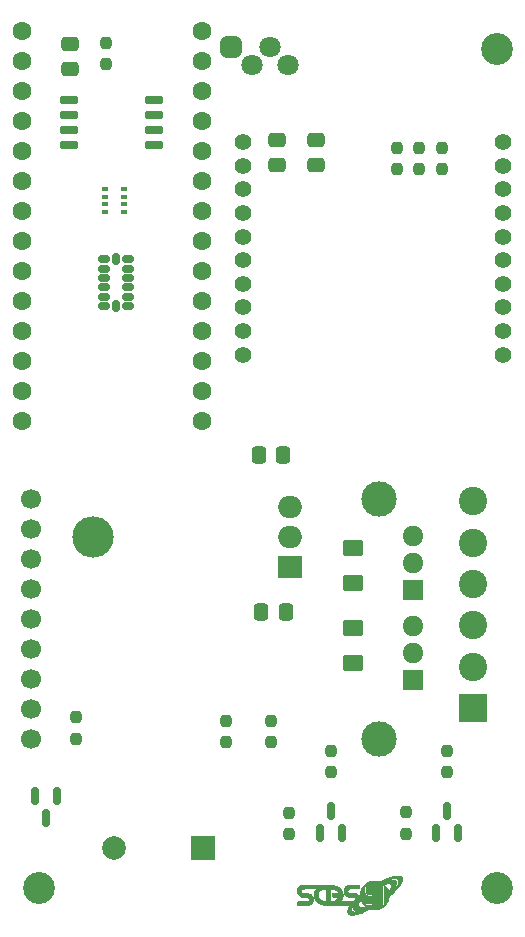
<source format=gts>
%TF.GenerationSoftware,KiCad,Pcbnew,(6.0.0-0)*%
%TF.CreationDate,2022-05-31T22:47:45-04:00*%
%TF.ProjectId,2021 - 2022 Flight Computer,32303231-202d-4203-9230-323220466c69,rev?*%
%TF.SameCoordinates,Original*%
%TF.FileFunction,Soldermask,Top*%
%TF.FilePolarity,Negative*%
%FSLAX46Y46*%
G04 Gerber Fmt 4.6, Leading zero omitted, Abs format (unit mm)*
G04 Created by KiCad (PCBNEW (6.0.0-0)) date 2022-05-31 22:47:45*
%MOMM*%
%LPD*%
G01*
G04 APERTURE LIST*
G04 Aperture macros list*
%AMRoundRect*
0 Rectangle with rounded corners*
0 $1 Rounding radius*
0 $2 $3 $4 $5 $6 $7 $8 $9 X,Y pos of 4 corners*
0 Add a 4 corners polygon primitive as box body*
4,1,4,$2,$3,$4,$5,$6,$7,$8,$9,$2,$3,0*
0 Add four circle primitives for the rounded corners*
1,1,$1+$1,$2,$3*
1,1,$1+$1,$4,$5*
1,1,$1+$1,$6,$7*
1,1,$1+$1,$8,$9*
0 Add four rect primitives between the rounded corners*
20,1,$1+$1,$2,$3,$4,$5,0*
20,1,$1+$1,$4,$5,$6,$7,0*
20,1,$1+$1,$6,$7,$8,$9,0*
20,1,$1+$1,$8,$9,$2,$3,0*%
G04 Aperture macros list end*
%ADD10C,0.010000*%
%ADD11RoundRect,0.150000X0.325000X0.150000X-0.325000X0.150000X-0.325000X-0.150000X0.325000X-0.150000X0*%
%ADD12RoundRect,0.150000X0.150000X0.325000X-0.150000X0.325000X-0.150000X-0.325000X0.150000X-0.325000X0*%
%ADD13RoundRect,0.150000X-0.650000X-0.150000X0.650000X-0.150000X0.650000X0.150000X-0.650000X0.150000X0*%
%ADD14RoundRect,0.250000X0.337500X0.475000X-0.337500X0.475000X-0.337500X-0.475000X0.337500X-0.475000X0*%
%ADD15O,3.500000X3.500000*%
%ADD16R,2.000000X1.905000*%
%ADD17O,2.000000X1.905000*%
%ADD18RoundRect,0.237500X-0.237500X0.250000X-0.237500X-0.250000X0.237500X-0.250000X0.237500X0.250000X0*%
%ADD19C,1.397000*%
%ADD20R,0.500000X0.350000*%
%ADD21C,2.700000*%
%ADD22C,1.600000*%
%ADD23C,3.000000*%
%ADD24C,1.700000*%
%ADD25RoundRect,0.250000X-0.475000X0.337500X-0.475000X-0.337500X0.475000X-0.337500X0.475000X0.337500X0*%
%ADD26RoundRect,0.250001X-0.624999X0.462499X-0.624999X-0.462499X0.624999X-0.462499X0.624999X0.462499X0*%
%ADD27R,1.800000X1.717500*%
%ADD28O,1.800000X1.717500*%
%ADD29RoundRect,0.150000X-0.150000X0.587500X-0.150000X-0.587500X0.150000X-0.587500X0.150000X0.587500X0*%
%ADD30RoundRect,0.250000X0.475000X-0.337500X0.475000X0.337500X-0.475000X0.337500X-0.475000X-0.337500X0*%
%ADD31R,2.400000X2.400000*%
%ADD32C,2.400000*%
%ADD33R,2.000000X2.000000*%
%ADD34C,2.000000*%
%ADD35RoundRect,0.237500X0.237500X-0.250000X0.237500X0.250000X-0.237500X0.250000X-0.237500X-0.250000X0*%
%ADD36RoundRect,0.150000X0.150000X-0.587500X0.150000X0.587500X-0.150000X0.587500X-0.150000X-0.587500X0*%
%ADD37RoundRect,0.450000X-0.450000X-0.450000X0.450000X-0.450000X0.450000X0.450000X-0.450000X0.450000X0*%
%ADD38C,1.800000*%
%ADD39RoundRect,0.250001X0.624999X-0.462499X0.624999X0.462499X-0.624999X0.462499X-0.624999X-0.462499X0*%
G04 APERTURE END LIST*
D10*
%TO.C,G1*%
X102697640Y-138774584D02*
X102842750Y-138676040D01*
X102842750Y-138676040D02*
X103063400Y-138676040D01*
X103063400Y-138676040D02*
X103063400Y-139280560D01*
X103063400Y-139280560D02*
X102697640Y-139280560D01*
X102697640Y-139280560D02*
X102697640Y-138774584D01*
X102697640Y-138774584D02*
X102697640Y-138774584D01*
G36*
X103063400Y-139280560D02*
G01*
X102697640Y-139280560D01*
X102697640Y-138774584D01*
X102842750Y-138676040D01*
X103063400Y-138676040D01*
X103063400Y-139280560D01*
G37*
X103063400Y-139280560D02*
X102697640Y-139280560D01*
X102697640Y-138774584D01*
X102842750Y-138676040D01*
X103063400Y-138676040D01*
X103063400Y-139280560D01*
X101483520Y-140253154D02*
X101444413Y-140253013D01*
X101444413Y-140253013D02*
X101413706Y-140252637D01*
X101413706Y-140252637D02*
X101389641Y-140251898D01*
X101389641Y-140251898D02*
X101370459Y-140250669D01*
X101370459Y-140250669D02*
X101354403Y-140248822D01*
X101354403Y-140248822D02*
X101339713Y-140246231D01*
X101339713Y-140246231D02*
X101324631Y-140242766D01*
X101324631Y-140242766D02*
X101318420Y-140241192D01*
X101318420Y-140241192D02*
X101265689Y-140225199D01*
X101265689Y-140225199D02*
X101221350Y-140206289D01*
X101221350Y-140206289D02*
X101183854Y-140183652D01*
X101183854Y-140183652D02*
X101151653Y-140156476D01*
X101151653Y-140156476D02*
X101146265Y-140151004D01*
X101146265Y-140151004D02*
X101117966Y-140114257D01*
X101117966Y-140114257D02*
X101097947Y-140071897D01*
X101097947Y-140071897D02*
X101086168Y-140024141D01*
X101086168Y-140024141D02*
X101082592Y-139971209D01*
X101082592Y-139971209D02*
X101087178Y-139913321D01*
X101087178Y-139913321D02*
X101099889Y-139850695D01*
X101099889Y-139850695D02*
X101120686Y-139783551D01*
X101120686Y-139783551D02*
X101149529Y-139712107D01*
X101149529Y-139712107D02*
X101186379Y-139636584D01*
X101186379Y-139636584D02*
X101231199Y-139557199D01*
X101231199Y-139557199D02*
X101259585Y-139511421D01*
X101259585Y-139511421D02*
X101299793Y-139448511D01*
X101299793Y-139448511D02*
X100290567Y-139446877D01*
X100290567Y-139446877D02*
X100170688Y-139446678D01*
X100170688Y-139446678D02*
X100060525Y-139446483D01*
X100060525Y-139446483D02*
X99959634Y-139446287D01*
X99959634Y-139446287D02*
X99867569Y-139446086D01*
X99867569Y-139446086D02*
X99783886Y-139445876D01*
X99783886Y-139445876D02*
X99708142Y-139445651D01*
X99708142Y-139445651D02*
X99639891Y-139445409D01*
X99639891Y-139445409D02*
X99578690Y-139445144D01*
X99578690Y-139445144D02*
X99524094Y-139444852D01*
X99524094Y-139444852D02*
X99475658Y-139444528D01*
X99475658Y-139444528D02*
X99432939Y-139444169D01*
X99432939Y-139444169D02*
X99395491Y-139443770D01*
X99395491Y-139443770D02*
X99362871Y-139443326D01*
X99362871Y-139443326D02*
X99334633Y-139442834D01*
X99334633Y-139442834D02*
X99310335Y-139442288D01*
X99310335Y-139442288D02*
X99289531Y-139441685D01*
X99289531Y-139441685D02*
X99271776Y-139441020D01*
X99271776Y-139441020D02*
X99256627Y-139440289D01*
X99256627Y-139440289D02*
X99243640Y-139439486D01*
X99243640Y-139439486D02*
X99232369Y-139438609D01*
X99232369Y-139438609D02*
X99222370Y-139437652D01*
X99222370Y-139437652D02*
X99213200Y-139436612D01*
X99213200Y-139436612D02*
X99210220Y-139436242D01*
X99210220Y-139436242D02*
X99102191Y-139420152D01*
X99102191Y-139420152D02*
X99002647Y-139400160D01*
X99002647Y-139400160D02*
X98910558Y-139375921D01*
X98910558Y-139375921D02*
X98824891Y-139347090D01*
X98824891Y-139347090D02*
X98744617Y-139313324D01*
X98744617Y-139313324D02*
X98668703Y-139274278D01*
X98668703Y-139274278D02*
X98600985Y-139232840D01*
X98600985Y-139232840D02*
X98537835Y-139186092D01*
X98537835Y-139186092D02*
X98477837Y-139131875D01*
X98477837Y-139131875D02*
X98422620Y-139072004D01*
X98422620Y-139072004D02*
X98373815Y-139008294D01*
X98373815Y-139008294D02*
X98333049Y-138942558D01*
X98333049Y-138942558D02*
X98322691Y-138922833D01*
X98322691Y-138922833D02*
X98305891Y-138885440D01*
X98305891Y-138885440D02*
X98289387Y-138841515D01*
X98289387Y-138841515D02*
X98274348Y-138794650D01*
X98274348Y-138794650D02*
X98261945Y-138748436D01*
X98261945Y-138748436D02*
X98254670Y-138714140D01*
X98254670Y-138714140D02*
X98249565Y-138676059D01*
X98249565Y-138676059D02*
X98246411Y-138631216D01*
X98246411Y-138631216D02*
X98245207Y-138582806D01*
X98245207Y-138582806D02*
X98245954Y-138534023D01*
X98245954Y-138534023D02*
X98248650Y-138488061D01*
X98248650Y-138488061D02*
X98253295Y-138448114D01*
X98253295Y-138448114D02*
X98254692Y-138439820D01*
X98254692Y-138439820D02*
X98273340Y-138361367D01*
X98273340Y-138361367D02*
X98300145Y-138285039D01*
X98300145Y-138285039D02*
X98334325Y-138212459D01*
X98334325Y-138212459D02*
X98375096Y-138145253D01*
X98375096Y-138145253D02*
X98421674Y-138085044D01*
X98421674Y-138085044D02*
X98430381Y-138075330D01*
X98430381Y-138075330D02*
X98461821Y-138041040D01*
X98461821Y-138041040D02*
X97888253Y-138041040D01*
X97888253Y-138041040D02*
X97797418Y-138041034D01*
X97797418Y-138041034D02*
X97716166Y-138041032D01*
X97716166Y-138041032D02*
X97643919Y-138041064D01*
X97643919Y-138041064D02*
X97580099Y-138041155D01*
X97580099Y-138041155D02*
X97524129Y-138041336D01*
X97524129Y-138041336D02*
X97475430Y-138041632D01*
X97475430Y-138041632D02*
X97433426Y-138042073D01*
X97433426Y-138042073D02*
X97397538Y-138042685D01*
X97397538Y-138042685D02*
X97367190Y-138043496D01*
X97367190Y-138043496D02*
X97341803Y-138044535D01*
X97341803Y-138044535D02*
X97320800Y-138045828D01*
X97320800Y-138045828D02*
X97303604Y-138047405D01*
X97303604Y-138047405D02*
X97289636Y-138049291D01*
X97289636Y-138049291D02*
X97278319Y-138051516D01*
X97278319Y-138051516D02*
X97269076Y-138054107D01*
X97269076Y-138054107D02*
X97261328Y-138057092D01*
X97261328Y-138057092D02*
X97254499Y-138060498D01*
X97254499Y-138060498D02*
X97248010Y-138064353D01*
X97248010Y-138064353D02*
X97241285Y-138068685D01*
X97241285Y-138068685D02*
X97235511Y-138072408D01*
X97235511Y-138072408D02*
X97206862Y-138094593D01*
X97206862Y-138094593D02*
X97183641Y-138122058D01*
X97183641Y-138122058D02*
X97163841Y-138157182D01*
X97163841Y-138157182D02*
X97163626Y-138157640D01*
X97163626Y-138157640D02*
X97150961Y-138196129D01*
X97150961Y-138196129D02*
X97147262Y-138237186D01*
X97147262Y-138237186D02*
X97152584Y-138278500D01*
X97152584Y-138278500D02*
X97160213Y-138302660D01*
X97160213Y-138302660D02*
X97175680Y-138331322D01*
X97175680Y-138331322D02*
X97198312Y-138359702D01*
X97198312Y-138359702D02*
X97225408Y-138385097D01*
X97225408Y-138385097D02*
X97254265Y-138404804D01*
X97254265Y-138404804D02*
X97269660Y-138412142D01*
X97269660Y-138412142D02*
X97277243Y-138415041D01*
X97277243Y-138415041D02*
X97284636Y-138417450D01*
X97284636Y-138417450D02*
X97292854Y-138419428D01*
X97292854Y-138419428D02*
X97302913Y-138421039D01*
X97302913Y-138421039D02*
X97315828Y-138422342D01*
X97315828Y-138422342D02*
X97332615Y-138423400D01*
X97332615Y-138423400D02*
X97354289Y-138424273D01*
X97354289Y-138424273D02*
X97381866Y-138425022D01*
X97381866Y-138425022D02*
X97416361Y-138425709D01*
X97416361Y-138425709D02*
X97458789Y-138426395D01*
X97458789Y-138426395D02*
X97510167Y-138427141D01*
X97510167Y-138427141D02*
X97521120Y-138427296D01*
X97521120Y-138427296D02*
X97574696Y-138428076D01*
X97574696Y-138428076D02*
X97619177Y-138428804D01*
X97619177Y-138428804D02*
X97655629Y-138429540D01*
X97655629Y-138429540D02*
X97685115Y-138430341D01*
X97685115Y-138430341D02*
X97708701Y-138431268D01*
X97708701Y-138431268D02*
X97727453Y-138432380D01*
X97727453Y-138432380D02*
X97742433Y-138433736D01*
X97742433Y-138433736D02*
X97754709Y-138435396D01*
X97754709Y-138435396D02*
X97765343Y-138437417D01*
X97765343Y-138437417D02*
X97775402Y-138439861D01*
X97775402Y-138439861D02*
X97782622Y-138441840D01*
X97782622Y-138441840D02*
X97851481Y-138466104D01*
X97851481Y-138466104D02*
X97916102Y-138498608D01*
X97916102Y-138498608D02*
X97974973Y-138538522D01*
X97974973Y-138538522D02*
X98005008Y-138563932D01*
X98005008Y-138563932D02*
X98045744Y-138607016D01*
X98045744Y-138607016D02*
X98082931Y-138657578D01*
X98082931Y-138657578D02*
X98115063Y-138713146D01*
X98115063Y-138713146D02*
X98140637Y-138771245D01*
X98140637Y-138771245D02*
X98152003Y-138805580D01*
X98152003Y-138805580D02*
X98156286Y-138821474D01*
X98156286Y-138821474D02*
X98159394Y-138836403D01*
X98159394Y-138836403D02*
X98161510Y-138852462D01*
X98161510Y-138852462D02*
X98162816Y-138871744D01*
X98162816Y-138871744D02*
X98163495Y-138896342D01*
X98163495Y-138896342D02*
X98163730Y-138928350D01*
X98163730Y-138928350D02*
X98163740Y-138940200D01*
X98163740Y-138940200D02*
X98163121Y-138986034D01*
X98163121Y-138986034D02*
X98160921Y-139024206D01*
X98160921Y-139024206D02*
X98156631Y-139057162D01*
X98156631Y-139057162D02*
X98149739Y-139087343D01*
X98149739Y-139087343D02*
X98139735Y-139117193D01*
X98139735Y-139117193D02*
X98126107Y-139149155D01*
X98126107Y-139149155D02*
X98115350Y-139171641D01*
X98115350Y-139171641D02*
X98080089Y-139232012D01*
X98080089Y-139232012D02*
X98036996Y-139286737D01*
X98036996Y-139286737D02*
X97987046Y-139335112D01*
X97987046Y-139335112D02*
X97931217Y-139376437D01*
X97931217Y-139376437D02*
X97870482Y-139410011D01*
X97870482Y-139410011D02*
X97805819Y-139435130D01*
X97805819Y-139435130D02*
X97738203Y-139451096D01*
X97738203Y-139451096D02*
X97723632Y-139453231D01*
X97723632Y-139453231D02*
X97708262Y-139454490D01*
X97708262Y-139454490D02*
X97682992Y-139455537D01*
X97682992Y-139455537D02*
X97647787Y-139456372D01*
X97647787Y-139456372D02*
X97602610Y-139456994D01*
X97602610Y-139456994D02*
X97547426Y-139457404D01*
X97547426Y-139457404D02*
X97482198Y-139457604D01*
X97482198Y-139457604D02*
X97406891Y-139457592D01*
X97406891Y-139457592D02*
X97321468Y-139457369D01*
X97321468Y-139457369D02*
X97305220Y-139457308D01*
X97305220Y-139457308D02*
X96929300Y-139455820D01*
X96929300Y-139455820D02*
X96900921Y-139442512D01*
X96900921Y-139442512D02*
X96867841Y-139422007D01*
X96867841Y-139422007D02*
X96841610Y-139395632D01*
X96841610Y-139395632D02*
X96822477Y-139364853D01*
X96822477Y-139364853D02*
X96810692Y-139331138D01*
X96810692Y-139331138D02*
X96806505Y-139295955D01*
X96806505Y-139295955D02*
X96810166Y-139260769D01*
X96810166Y-139260769D02*
X96821925Y-139227050D01*
X96821925Y-139227050D02*
X96842032Y-139196264D01*
X96842032Y-139196264D02*
X96856452Y-139181372D01*
X96856452Y-139181372D02*
X96873390Y-139168284D01*
X96873390Y-139168284D02*
X96893976Y-139155353D01*
X96893976Y-139155353D02*
X96905831Y-139149167D01*
X96905831Y-139149167D02*
X96934380Y-139135780D01*
X96934380Y-139135780D02*
X97701696Y-139130700D01*
X97701696Y-139130700D02*
X97735471Y-139114068D01*
X97735471Y-139114068D02*
X97769225Y-139092735D01*
X97769225Y-139092735D02*
X97798706Y-139064934D01*
X97798706Y-139064934D02*
X97821660Y-139033046D01*
X97821660Y-139033046D02*
X97831507Y-139012574D01*
X97831507Y-139012574D02*
X97840720Y-138977256D01*
X97840720Y-138977256D02*
X97843285Y-138938311D01*
X97843285Y-138938311D02*
X97839204Y-138899791D01*
X97839204Y-138899791D02*
X97831435Y-138872715D01*
X97831435Y-138872715D02*
X97815698Y-138843186D01*
X97815698Y-138843186D02*
X97792791Y-138814248D01*
X97792791Y-138814248D02*
X97765427Y-138788835D01*
X97765427Y-138788835D02*
X97736322Y-138769879D01*
X97736322Y-138769879D02*
X97736146Y-138769789D01*
X97736146Y-138769789D02*
X97706540Y-138754822D01*
X97706540Y-138754822D02*
X97495720Y-138751569D01*
X97495720Y-138751569D02*
X97444059Y-138750635D01*
X97444059Y-138750635D02*
X97396212Y-138749505D01*
X97396212Y-138749505D02*
X97353245Y-138748218D01*
X97353245Y-138748218D02*
X97316225Y-138746814D01*
X97316225Y-138746814D02*
X97286217Y-138745333D01*
X97286217Y-138745333D02*
X97264288Y-138743816D01*
X97264288Y-138743816D02*
X97251880Y-138742373D01*
X97251880Y-138742373D02*
X97182156Y-138724968D01*
X97182156Y-138724968D02*
X97117210Y-138699140D01*
X97117210Y-138699140D02*
X97057500Y-138665623D01*
X97057500Y-138665623D02*
X97003484Y-138625154D01*
X97003484Y-138625154D02*
X96955621Y-138578466D01*
X96955621Y-138578466D02*
X96914368Y-138526296D01*
X96914368Y-138526296D02*
X96880185Y-138469378D01*
X96880185Y-138469378D02*
X96853529Y-138408446D01*
X96853529Y-138408446D02*
X96834860Y-138344237D01*
X96834860Y-138344237D02*
X96824634Y-138277485D01*
X96824634Y-138277485D02*
X96823311Y-138208925D01*
X96823311Y-138208925D02*
X96831348Y-138139292D01*
X96831348Y-138139292D02*
X96843585Y-138087528D01*
X96843585Y-138087528D02*
X96866874Y-138023154D01*
X96866874Y-138023154D02*
X96898221Y-137963876D01*
X96898221Y-137963876D02*
X96938277Y-137908636D01*
X96938277Y-137908636D02*
X96983284Y-137860563D01*
X96983284Y-137860563D02*
X97039199Y-137813771D01*
X97039199Y-137813771D02*
X97100017Y-137775771D01*
X97100017Y-137775771D02*
X97165269Y-137746811D01*
X97165269Y-137746811D02*
X97231912Y-137727691D01*
X97231912Y-137727691D02*
X97236946Y-137726681D01*
X97236946Y-137726681D02*
X97242571Y-137725746D01*
X97242571Y-137725746D02*
X97249185Y-137724885D01*
X97249185Y-137724885D02*
X97257185Y-137724095D01*
X97257185Y-137724095D02*
X97266969Y-137723372D01*
X97266969Y-137723372D02*
X97278935Y-137722713D01*
X97278935Y-137722713D02*
X97293479Y-137722116D01*
X97293479Y-137722116D02*
X97311000Y-137721577D01*
X97311000Y-137721577D02*
X97331896Y-137721094D01*
X97331896Y-137721094D02*
X97356564Y-137720663D01*
X97356564Y-137720663D02*
X97385401Y-137720282D01*
X97385401Y-137720282D02*
X97418805Y-137719947D01*
X97418805Y-137719947D02*
X97457175Y-137719655D01*
X97457175Y-137719655D02*
X97500907Y-137719404D01*
X97500907Y-137719404D02*
X97550399Y-137719191D01*
X97550399Y-137719191D02*
X97606048Y-137719012D01*
X97606048Y-137719012D02*
X97668253Y-137718865D01*
X97668253Y-137718865D02*
X97737412Y-137718746D01*
X97737412Y-137718746D02*
X97813920Y-137718652D01*
X97813920Y-137718652D02*
X97898177Y-137718582D01*
X97898177Y-137718582D02*
X97990580Y-137718530D01*
X97990580Y-137718530D02*
X98091526Y-137718495D01*
X98091526Y-137718495D02*
X98201414Y-137718474D01*
X98201414Y-137718474D02*
X98320640Y-137718464D01*
X98320640Y-137718464D02*
X98449603Y-137718461D01*
X98449603Y-137718461D02*
X98458380Y-137718460D01*
X98458380Y-137718460D02*
X99642020Y-137718460D01*
X99642020Y-137718460D02*
X99733460Y-137729902D01*
X99733460Y-137729902D02*
X99830340Y-137743886D01*
X99830340Y-137743886D02*
X99918978Y-137760740D01*
X99918978Y-137760740D02*
X100001008Y-137780933D01*
X100001008Y-137780933D02*
X100078059Y-137804932D01*
X100078059Y-137804932D02*
X100151765Y-137833206D01*
X100151765Y-137833206D02*
X100223755Y-137866224D01*
X100223755Y-137866224D02*
X100244000Y-137876472D01*
X100244000Y-137876472D02*
X100304449Y-137910190D01*
X100304449Y-137910190D02*
X100358618Y-137946131D01*
X100358618Y-137946131D02*
X100409727Y-137986651D01*
X100409727Y-137986651D02*
X100460994Y-138034104D01*
X100460994Y-138034104D02*
X100465339Y-138038409D01*
X100465339Y-138038409D02*
X100523668Y-138102417D01*
X100523668Y-138102417D02*
X100572476Y-138169112D01*
X100572476Y-138169112D02*
X100612249Y-138239430D01*
X100612249Y-138239430D02*
X100643474Y-138314307D01*
X100643474Y-138314307D02*
X100666639Y-138394678D01*
X100666639Y-138394678D02*
X100676695Y-138444900D01*
X100676695Y-138444900D02*
X100682366Y-138490169D01*
X100682366Y-138490169D02*
X100685294Y-138541229D01*
X100685294Y-138541229D02*
X100685553Y-138595081D01*
X100685553Y-138595081D02*
X100683218Y-138648726D01*
X100683218Y-138648726D02*
X100678363Y-138699165D01*
X100678363Y-138699165D02*
X100671063Y-138743398D01*
X100671063Y-138743398D02*
X100670380Y-138746444D01*
X100670380Y-138746444D02*
X100330433Y-138746444D01*
X100330433Y-138746444D02*
X100329952Y-138739915D01*
X100329952Y-138739915D02*
X100329374Y-138739576D01*
X100329374Y-138739576D02*
X100323033Y-138739037D01*
X100323033Y-138739037D02*
X100307611Y-138738478D01*
X100307611Y-138738478D02*
X100284188Y-138737917D01*
X100284188Y-138737917D02*
X100253844Y-138737371D01*
X100253844Y-138737371D02*
X100217659Y-138736859D01*
X100217659Y-138736859D02*
X100176711Y-138736398D01*
X100176711Y-138736398D02*
X100132081Y-138736008D01*
X100132081Y-138736008D02*
X100104300Y-138735816D01*
X100104300Y-138735816D02*
X99885860Y-138734460D01*
X99885860Y-138734460D02*
X99857105Y-138720339D01*
X99857105Y-138720339D02*
X99824345Y-138698825D01*
X99824345Y-138698825D02*
X99797163Y-138669974D01*
X99797163Y-138669974D02*
X99779954Y-138641102D01*
X99779954Y-138641102D02*
X99772030Y-138614967D01*
X99772030Y-138614967D02*
X99768731Y-138583872D01*
X99768731Y-138583872D02*
X99770056Y-138551905D01*
X99770056Y-138551905D02*
X99776004Y-138523151D01*
X99776004Y-138523151D02*
X99779954Y-138512859D01*
X99779954Y-138512859D02*
X99800620Y-138479503D01*
X99800620Y-138479503D02*
X99828733Y-138451563D01*
X99828733Y-138451563D02*
X99857105Y-138433622D01*
X99857105Y-138433622D02*
X99885860Y-138419500D01*
X99885860Y-138419500D02*
X100108110Y-138418029D01*
X100108110Y-138418029D02*
X100162682Y-138417700D01*
X100162682Y-138417700D02*
X100207897Y-138417404D01*
X100207897Y-138417404D02*
X100244558Y-138416996D01*
X100244558Y-138416996D02*
X100273465Y-138416333D01*
X100273465Y-138416333D02*
X100295422Y-138415269D01*
X100295422Y-138415269D02*
X100311231Y-138413660D01*
X100311231Y-138413660D02*
X100321692Y-138411361D01*
X100321692Y-138411361D02*
X100327608Y-138408229D01*
X100327608Y-138408229D02*
X100329781Y-138404117D01*
X100329781Y-138404117D02*
X100329013Y-138398883D01*
X100329013Y-138398883D02*
X100326106Y-138392381D01*
X100326106Y-138392381D02*
X100321862Y-138384466D01*
X100321862Y-138384466D02*
X100319485Y-138379928D01*
X100319485Y-138379928D02*
X100285610Y-138324449D01*
X100285610Y-138324449D02*
X100242821Y-138273479D01*
X100242821Y-138273479D02*
X100191384Y-138227168D01*
X100191384Y-138227168D02*
X100131561Y-138185668D01*
X100131561Y-138185668D02*
X100063618Y-138149129D01*
X100063618Y-138149129D02*
X99987818Y-138117701D01*
X99987818Y-138117701D02*
X99904427Y-138091535D01*
X99904427Y-138091535D02*
X99813708Y-138070782D01*
X99813708Y-138070782D02*
X99761400Y-138061824D01*
X99761400Y-138061824D02*
X99728102Y-138056779D01*
X99728102Y-138056779D02*
X99703038Y-138053078D01*
X99703038Y-138053078D02*
X99684409Y-138050486D01*
X99684409Y-138050486D02*
X99670412Y-138048772D01*
X99670412Y-138048772D02*
X99659247Y-138047701D01*
X99659247Y-138047701D02*
X99649111Y-138047042D01*
X99649111Y-138047042D02*
X99645830Y-138046882D01*
X99645830Y-138046882D02*
X99629320Y-138046120D01*
X99629320Y-138046120D02*
X99629320Y-138628009D01*
X99629320Y-138628009D02*
X99304200Y-138628009D01*
X99304200Y-138628009D02*
X99304200Y-138044808D01*
X99304200Y-138044808D02*
X99272450Y-138048114D01*
X99272450Y-138048114D02*
X99253929Y-138050222D01*
X99253929Y-138050222D02*
X99229048Y-138053297D01*
X99229048Y-138053297D02*
X99201505Y-138056872D01*
X99201505Y-138056872D02*
X99182280Y-138059470D01*
X99182280Y-138059470D02*
X99137968Y-138066806D01*
X99137968Y-138066806D02*
X99089118Y-138076985D01*
X99089118Y-138076985D02*
X99038820Y-138089217D01*
X99038820Y-138089217D02*
X98990165Y-138102712D01*
X98990165Y-138102712D02*
X98946242Y-138116681D01*
X98946242Y-138116681D02*
X98918478Y-138126907D01*
X98918478Y-138126907D02*
X98844199Y-138160481D01*
X98844199Y-138160481D02*
X98778956Y-138198493D01*
X98778956Y-138198493D02*
X98722555Y-138241135D01*
X98722555Y-138241135D02*
X98674802Y-138288601D01*
X98674802Y-138288601D02*
X98635503Y-138341084D01*
X98635503Y-138341084D02*
X98604463Y-138398777D01*
X98604463Y-138398777D02*
X98581489Y-138461873D01*
X98581489Y-138461873D02*
X98581485Y-138461885D01*
X98581485Y-138461885D02*
X98576953Y-138479129D01*
X98576953Y-138479129D02*
X98573825Y-138495703D01*
X98573825Y-138495703D02*
X98571872Y-138514079D01*
X98571872Y-138514079D02*
X98570866Y-138536728D01*
X98570866Y-138536728D02*
X98570578Y-138566121D01*
X98570578Y-138566121D02*
X98570609Y-138579520D01*
X98570609Y-138579520D02*
X98570921Y-138611141D01*
X98570921Y-138611141D02*
X98571730Y-138635190D01*
X98571730Y-138635190D02*
X98573334Y-138654255D01*
X98573334Y-138654255D02*
X98576027Y-138670922D01*
X98576027Y-138670922D02*
X98580105Y-138687778D01*
X98580105Y-138687778D02*
X98584818Y-138703980D01*
X98584818Y-138703980D02*
X98609247Y-138767462D01*
X98609247Y-138767462D02*
X98642490Y-138826010D01*
X98642490Y-138826010D02*
X98684444Y-138879559D01*
X98684444Y-138879559D02*
X98735006Y-138928043D01*
X98735006Y-138928043D02*
X98794072Y-138971395D01*
X98794072Y-138971395D02*
X98861538Y-139009552D01*
X98861538Y-139009552D02*
X98937303Y-139042446D01*
X98937303Y-139042446D02*
X99021261Y-139070012D01*
X99021261Y-139070012D02*
X99113310Y-139092185D01*
X99113310Y-139092185D02*
X99213346Y-139108899D01*
X99213346Y-139108899D02*
X99224451Y-139110352D01*
X99224451Y-139110352D02*
X99248891Y-139113367D01*
X99248891Y-139113367D02*
X99270327Y-139115823D01*
X99270327Y-139115823D02*
X99286350Y-139117454D01*
X99286350Y-139117454D02*
X99294301Y-139118000D01*
X99294301Y-139118000D02*
X99295877Y-139117826D01*
X99295877Y-139117826D02*
X99297277Y-139116924D01*
X99297277Y-139116924D02*
X99298510Y-139114723D01*
X99298510Y-139114723D02*
X99299588Y-139110652D01*
X99299588Y-139110652D02*
X99300520Y-139104141D01*
X99300520Y-139104141D02*
X99301317Y-139094619D01*
X99301317Y-139094619D02*
X99301990Y-139081516D01*
X99301990Y-139081516D02*
X99302549Y-139064262D01*
X99302549Y-139064262D02*
X99303005Y-139042286D01*
X99303005Y-139042286D02*
X99303369Y-139015016D01*
X99303369Y-139015016D02*
X99303650Y-138981884D01*
X99303650Y-138981884D02*
X99303859Y-138942317D01*
X99303859Y-138942317D02*
X99304007Y-138895747D01*
X99304007Y-138895747D02*
X99304105Y-138841601D01*
X99304105Y-138841601D02*
X99304163Y-138779310D01*
X99304163Y-138779310D02*
X99304191Y-138708303D01*
X99304191Y-138708303D02*
X99304200Y-138628009D01*
X99304200Y-138628009D02*
X99629320Y-138628009D01*
X99629320Y-138628009D02*
X99629320Y-139119184D01*
X99629320Y-139119184D02*
X99663610Y-139115767D01*
X99663610Y-139115767D02*
X99760687Y-139103054D01*
X99760687Y-139103054D02*
X99852072Y-139084947D01*
X99852072Y-139084947D02*
X99937255Y-139061660D01*
X99937255Y-139061660D02*
X100015723Y-139033411D01*
X100015723Y-139033411D02*
X100086964Y-139000417D01*
X100086964Y-139000417D02*
X100150466Y-138962894D01*
X100150466Y-138962894D02*
X100205717Y-138921059D01*
X100205717Y-138921059D02*
X100252206Y-138875129D01*
X100252206Y-138875129D02*
X100263312Y-138861900D01*
X100263312Y-138861900D02*
X100278369Y-138841841D01*
X100278369Y-138841841D02*
X100293068Y-138819905D01*
X100293068Y-138819905D02*
X100306516Y-138797744D01*
X100306516Y-138797744D02*
X100317822Y-138777011D01*
X100317822Y-138777011D02*
X100326092Y-138759360D01*
X100326092Y-138759360D02*
X100330433Y-138746444D01*
X100330433Y-138746444D02*
X100670380Y-138746444D01*
X100670380Y-138746444D02*
X100669079Y-138752240D01*
X100669079Y-138752240D02*
X100643703Y-138838744D01*
X100643703Y-138838744D02*
X100610042Y-138919476D01*
X100610042Y-138919476D02*
X100567916Y-138994790D01*
X100567916Y-138994790D02*
X100517145Y-139065040D01*
X100517145Y-139065040D02*
X100499595Y-139085877D01*
X100499595Y-139085877D02*
X100467148Y-139123080D01*
X100467148Y-139123080D02*
X101014814Y-139123081D01*
X101014814Y-139123081D02*
X101562479Y-139123081D01*
X101562479Y-139123081D02*
X101597930Y-139083776D01*
X101597930Y-139083776D02*
X101612829Y-139067574D01*
X101612829Y-139067574D02*
X101633037Y-139046047D01*
X101633037Y-139046047D02*
X101656735Y-139021110D01*
X101656735Y-139021110D02*
X101682103Y-138994679D01*
X101682103Y-138994679D02*
X101707322Y-138968667D01*
X101707322Y-138968667D02*
X101707967Y-138968005D01*
X101707967Y-138968005D02*
X101782554Y-138891537D01*
X101782554Y-138891537D02*
X101770441Y-138861732D01*
X101770441Y-138861732D02*
X101749364Y-138822383D01*
X101749364Y-138822383D02*
X101720918Y-138790002D01*
X101720918Y-138790002D02*
X101685016Y-138764506D01*
X101685016Y-138764506D02*
X101657675Y-138751600D01*
X101657675Y-138751600D02*
X101650294Y-138748788D01*
X101650294Y-138748788D02*
X101642944Y-138746450D01*
X101642944Y-138746450D02*
X101634611Y-138744525D01*
X101634611Y-138744525D02*
X101624284Y-138742952D01*
X101624284Y-138742952D02*
X101610950Y-138741671D01*
X101610950Y-138741671D02*
X101593597Y-138740622D01*
X101593597Y-138740622D02*
X101571212Y-138739745D01*
X101571212Y-138739745D02*
X101542784Y-138738979D01*
X101542784Y-138738979D02*
X101507300Y-138738264D01*
X101507300Y-138738264D02*
X101463748Y-138737540D01*
X101463748Y-138737540D02*
X101411116Y-138736746D01*
X101411116Y-138736746D02*
X101407320Y-138736690D01*
X101407320Y-138736690D02*
X101353688Y-138735875D01*
X101353688Y-138735875D02*
X101309149Y-138735116D01*
X101309149Y-138735116D02*
X101272637Y-138734352D01*
X101272637Y-138734352D02*
X101243086Y-138733524D01*
X101243086Y-138733524D02*
X101219432Y-138732574D01*
X101219432Y-138732574D02*
X101200606Y-138731442D01*
X101200606Y-138731442D02*
X101185544Y-138730068D01*
X101185544Y-138730068D02*
X101173180Y-138728392D01*
X101173180Y-138728392D02*
X101162447Y-138726357D01*
X101162447Y-138726357D02*
X101152279Y-138723901D01*
X101152279Y-138723901D02*
X101145700Y-138722117D01*
X101145700Y-138722117D02*
X101078897Y-138698766D01*
X101078897Y-138698766D02*
X101017108Y-138667114D01*
X101017108Y-138667114D02*
X100959296Y-138626562D01*
X100959296Y-138626562D02*
X100920508Y-138592437D01*
X100920508Y-138592437D02*
X100871470Y-138538892D01*
X100871470Y-138538892D02*
X100831535Y-138480842D01*
X100831535Y-138480842D02*
X100800728Y-138418340D01*
X100800728Y-138418340D02*
X100779074Y-138351440D01*
X100779074Y-138351440D02*
X100766597Y-138280196D01*
X100766597Y-138280196D02*
X100763985Y-138246780D01*
X100763985Y-138246780D02*
X100765261Y-138174009D01*
X100765261Y-138174009D02*
X100776274Y-138103711D01*
X100776274Y-138103711D02*
X100796799Y-138036469D01*
X100796799Y-138036469D02*
X100826610Y-137972865D01*
X100826610Y-137972865D02*
X100865483Y-137913484D01*
X100865483Y-137913484D02*
X100913193Y-137858907D01*
X100913193Y-137858907D02*
X100914249Y-137857855D01*
X100914249Y-137857855D02*
X100968860Y-137810461D01*
X100968860Y-137810461D02*
X101028588Y-137771371D01*
X101028588Y-137771371D02*
X101092506Y-137741053D01*
X101092506Y-137741053D02*
X101159686Y-137719971D01*
X101159686Y-137719971D02*
X101205968Y-137711258D01*
X101205968Y-137711258D02*
X101220057Y-137710065D01*
X101220057Y-137710065D02*
X101243989Y-137709007D01*
X101243989Y-137709007D02*
X101277444Y-137708091D01*
X101277444Y-137708091D02*
X101320105Y-137707319D01*
X101320105Y-137707319D02*
X101371655Y-137706698D01*
X101371655Y-137706698D02*
X101431775Y-137706230D01*
X101431775Y-137706230D02*
X101500149Y-137705920D01*
X101500149Y-137705920D02*
X101576458Y-137705773D01*
X101576458Y-137705773D02*
X101607813Y-137705760D01*
X101607813Y-137705760D02*
X101677365Y-137705770D01*
X101677365Y-137705770D02*
X101737518Y-137705810D01*
X101737518Y-137705810D02*
X101789031Y-137705902D01*
X101789031Y-137705902D02*
X101832666Y-137706064D01*
X101832666Y-137706064D02*
X101869181Y-137706317D01*
X101869181Y-137706317D02*
X101899339Y-137706680D01*
X101899339Y-137706680D02*
X101923899Y-137707172D01*
X101923899Y-137707172D02*
X101943621Y-137707814D01*
X101943621Y-137707814D02*
X101959267Y-137708624D01*
X101959267Y-137708624D02*
X101971595Y-137709623D01*
X101971595Y-137709623D02*
X101981368Y-137710830D01*
X101981368Y-137710830D02*
X101989344Y-137712265D01*
X101989344Y-137712265D02*
X101996285Y-137713948D01*
X101996285Y-137713948D02*
X102002950Y-137715898D01*
X102002950Y-137715898D02*
X102003194Y-137715973D01*
X102003194Y-137715973D02*
X102038675Y-137732045D01*
X102038675Y-137732045D02*
X102069018Y-137756045D01*
X102069018Y-137756045D02*
X102093029Y-137786536D01*
X102093029Y-137786536D02*
X102109510Y-137822082D01*
X102109510Y-137822082D02*
X102116285Y-137851763D01*
X102116285Y-137851763D02*
X102117295Y-137871878D01*
X102117295Y-137871878D02*
X102114375Y-137892980D01*
X102114375Y-137892980D02*
X102108998Y-137913091D01*
X102108998Y-137913091D02*
X102092790Y-137950330D01*
X102092790Y-137950330D02*
X102068794Y-137981050D01*
X102068794Y-137981050D02*
X102037061Y-138005190D01*
X102037061Y-138005190D02*
X102020987Y-138013562D01*
X102020987Y-138013562D02*
X101988980Y-138028340D01*
X101988980Y-138028340D02*
X101232060Y-138033420D01*
X101232060Y-138033420D02*
X101202837Y-138047116D01*
X101202837Y-138047116D02*
X101169311Y-138067335D01*
X101169311Y-138067335D02*
X101139276Y-138094047D01*
X101139276Y-138094047D02*
X101115294Y-138124716D01*
X101115294Y-138124716D02*
X101104849Y-138144024D01*
X101104849Y-138144024D02*
X101091427Y-138185434D01*
X101091427Y-138185434D02*
X101087553Y-138226977D01*
X101087553Y-138226977D02*
X101092708Y-138267414D01*
X101092708Y-138267414D02*
X101106374Y-138305506D01*
X101106374Y-138305506D02*
X101128032Y-138340014D01*
X101128032Y-138340014D02*
X101157162Y-138369700D01*
X101157162Y-138369700D02*
X101193246Y-138393326D01*
X101193246Y-138393326D02*
X101213000Y-138402194D01*
X101213000Y-138402194D02*
X101220410Y-138404942D01*
X101220410Y-138404942D02*
X101227913Y-138407231D01*
X101227913Y-138407231D02*
X101236522Y-138409121D01*
X101236522Y-138409121D02*
X101247249Y-138410672D01*
X101247249Y-138410672D02*
X101261106Y-138411945D01*
X101261106Y-138411945D02*
X101279108Y-138412999D01*
X101279108Y-138412999D02*
X101302266Y-138413895D01*
X101302266Y-138413895D02*
X101331593Y-138414693D01*
X101331593Y-138414693D02*
X101368102Y-138415452D01*
X101368102Y-138415452D02*
X101412806Y-138416234D01*
X101412806Y-138416234D02*
X101463200Y-138417042D01*
X101463200Y-138417042D02*
X101516876Y-138417912D01*
X101516876Y-138417912D02*
X101561458Y-138418719D01*
X101561458Y-138418719D02*
X101598014Y-138419525D01*
X101598014Y-138419525D02*
X101627610Y-138420387D01*
X101627610Y-138420387D02*
X101651312Y-138421368D01*
X101651312Y-138421368D02*
X101670186Y-138422526D01*
X101670186Y-138422526D02*
X101685299Y-138423922D01*
X101685299Y-138423922D02*
X101697717Y-138425616D01*
X101697717Y-138425616D02*
X101708507Y-138427668D01*
X101708507Y-138427668D02*
X101718735Y-138430138D01*
X101718735Y-138430138D02*
X101724820Y-138431784D01*
X101724820Y-138431784D02*
X101761552Y-138443952D01*
X101761552Y-138443952D02*
X101801457Y-138460493D01*
X101801457Y-138460493D02*
X101840818Y-138479658D01*
X101840818Y-138479658D02*
X101875915Y-138499699D01*
X101875915Y-138499699D02*
X101891813Y-138510289D01*
X101891813Y-138510289D02*
X101917383Y-138530462D01*
X101917383Y-138530462D02*
X101945187Y-138555572D01*
X101945187Y-138555572D02*
X101972549Y-138582943D01*
X101972549Y-138582943D02*
X101996789Y-138609901D01*
X101996789Y-138609901D02*
X102014866Y-138633238D01*
X102014866Y-138633238D02*
X102033532Y-138660340D01*
X102033532Y-138660340D02*
X102085749Y-138614625D01*
X102085749Y-138614625D02*
X102137966Y-138568909D01*
X102137966Y-138568909D02*
X102141265Y-138524685D01*
X102141265Y-138524685D02*
X102151862Y-138423743D01*
X102151862Y-138423743D02*
X102168366Y-138329453D01*
X102168366Y-138329453D02*
X102191323Y-138239835D01*
X102191323Y-138239835D02*
X102221282Y-138152910D01*
X102221282Y-138152910D02*
X102258790Y-138066699D01*
X102258790Y-138066699D02*
X102279214Y-138025800D01*
X102279214Y-138025800D02*
X102335123Y-137928881D01*
X102335123Y-137928881D02*
X102398716Y-137838552D01*
X102398716Y-137838552D02*
X102469744Y-137755057D01*
X102469744Y-137755057D02*
X102547957Y-137678642D01*
X102547957Y-137678642D02*
X102633106Y-137609550D01*
X102633106Y-137609550D02*
X102724941Y-137548025D01*
X102724941Y-137548025D02*
X102821334Y-137495236D01*
X102821334Y-137495236D02*
X102879413Y-137467830D01*
X102879413Y-137467830D02*
X102932490Y-137445492D01*
X102932490Y-137445492D02*
X102983594Y-137427072D01*
X102983594Y-137427072D02*
X103035755Y-137411413D01*
X103035755Y-137411413D02*
X103054557Y-137406440D01*
X103054557Y-137406440D02*
X103163568Y-137383560D01*
X103163568Y-137383560D02*
X103273543Y-137370415D01*
X103273543Y-137370415D02*
X103383690Y-137366979D01*
X103383690Y-137366979D02*
X103493218Y-137373227D01*
X103493218Y-137373227D02*
X103601337Y-137389134D01*
X103601337Y-137389134D02*
X103707255Y-137414675D01*
X103707255Y-137414675D02*
X103752445Y-137428786D01*
X103752445Y-137428786D02*
X103805469Y-137446528D01*
X103805469Y-137446528D02*
X103923385Y-137387500D01*
X103923385Y-137387500D02*
X103998527Y-137350480D01*
X103998527Y-137350480D02*
X104075452Y-137313703D01*
X104075452Y-137313703D02*
X104152610Y-137277859D01*
X104152610Y-137277859D02*
X104228451Y-137243637D01*
X104228451Y-137243637D02*
X104301425Y-137211729D01*
X104301425Y-137211729D02*
X104369984Y-137182823D01*
X104369984Y-137182823D02*
X104432577Y-137157611D01*
X104432577Y-137157611D02*
X104480720Y-137139310D01*
X104480720Y-137139310D02*
X104519124Y-137125234D01*
X104519124Y-137125234D02*
X104549854Y-137114018D01*
X104549854Y-137114018D02*
X104574768Y-137105002D01*
X104574768Y-137105002D02*
X104595723Y-137097523D01*
X104595723Y-137097523D02*
X104614574Y-137090920D01*
X104614574Y-137090920D02*
X104633180Y-137084533D01*
X104633180Y-137084533D02*
X104653396Y-137077698D01*
X104653396Y-137077698D02*
X104658520Y-137075976D01*
X104658520Y-137075976D02*
X104779295Y-137037706D01*
X104779295Y-137037706D02*
X104894622Y-137005790D01*
X104894622Y-137005790D02*
X105004150Y-136980292D01*
X105004150Y-136980292D02*
X105107525Y-136961275D01*
X105107525Y-136961275D02*
X105204395Y-136948804D01*
X105204395Y-136948804D02*
X105294407Y-136942943D01*
X105294407Y-136942943D02*
X105377208Y-136943756D01*
X105377208Y-136943756D02*
X105384960Y-136944199D01*
X105384960Y-136944199D02*
X105456682Y-136952155D01*
X105456682Y-136952155D02*
X105520674Y-136966691D01*
X105520674Y-136966691D02*
X105576954Y-136987814D01*
X105576954Y-136987814D02*
X105620456Y-137012082D01*
X105620456Y-137012082D02*
X105657678Y-137042587D01*
X105657678Y-137042587D02*
X105686910Y-137079259D01*
X105686910Y-137079259D02*
X105708012Y-137121813D01*
X105708012Y-137121813D02*
X105720842Y-137169961D01*
X105720842Y-137169961D02*
X105725259Y-137223419D01*
X105725259Y-137223419D02*
X105725260Y-137223984D01*
X105725260Y-137223984D02*
X105720891Y-137284328D01*
X105720891Y-137284328D02*
X105707749Y-137349220D01*
X105707749Y-137349220D02*
X105693881Y-137393381D01*
X105693881Y-137393381D02*
X105400116Y-137393381D01*
X105400116Y-137393381D02*
X105392623Y-137348431D01*
X105392623Y-137348431D02*
X105376695Y-137306826D01*
X105376695Y-137306826D02*
X105352180Y-137270506D01*
X105352180Y-137270506D02*
X105319237Y-137239583D01*
X105319237Y-137239583D02*
X105278025Y-137214170D01*
X105278025Y-137214170D02*
X105228703Y-137194379D01*
X105228703Y-137194379D02*
X105171428Y-137180324D01*
X105171428Y-137180324D02*
X105151280Y-137177032D01*
X105151280Y-137177032D02*
X105128699Y-137175016D01*
X105128699Y-137175016D02*
X105098260Y-137174117D01*
X105098260Y-137174117D02*
X105062194Y-137174251D01*
X105062194Y-137174251D02*
X105022730Y-137175331D01*
X105022730Y-137175331D02*
X104982099Y-137177273D01*
X104982099Y-137177273D02*
X104942533Y-137179991D01*
X104942533Y-137179991D02*
X104906261Y-137183401D01*
X104906261Y-137183401D02*
X104875514Y-137187418D01*
X104875514Y-137187418D02*
X104874420Y-137187592D01*
X104874420Y-137187592D02*
X104806348Y-137199696D01*
X104806348Y-137199696D02*
X104737985Y-137214376D01*
X104737985Y-137214376D02*
X104667400Y-137232134D01*
X104667400Y-137232134D02*
X104592661Y-137253474D01*
X104592661Y-137253474D02*
X104511835Y-137278897D01*
X104511835Y-137278897D02*
X104470560Y-137292613D01*
X104470560Y-137292613D02*
X104376946Y-137325615D01*
X104376946Y-137325615D02*
X104280541Y-137362250D01*
X104280541Y-137362250D02*
X104184591Y-137401202D01*
X104184591Y-137401202D02*
X104092341Y-137441156D01*
X104092341Y-137441156D02*
X104010835Y-137478963D01*
X104010835Y-137478963D02*
X103944810Y-137510762D01*
X103944810Y-137510762D02*
X103977336Y-137529826D01*
X103977336Y-137529826D02*
X104009863Y-137548889D01*
X104009863Y-137548889D02*
X104094162Y-137513283D01*
X104094162Y-137513283D02*
X104219057Y-137462473D01*
X104219057Y-137462473D02*
X104337253Y-137418428D01*
X104337253Y-137418428D02*
X104449432Y-137380930D01*
X104449432Y-137380930D02*
X104556276Y-137349763D01*
X104556276Y-137349763D02*
X104658468Y-137324709D01*
X104658468Y-137324709D02*
X104737260Y-137308936D01*
X104737260Y-137308936D02*
X104771290Y-137304001D01*
X104771290Y-137304001D02*
X104810515Y-137300244D01*
X104810515Y-137300244D02*
X104852924Y-137297682D01*
X104852924Y-137297682D02*
X104896503Y-137296332D01*
X104896503Y-137296332D02*
X104939240Y-137296213D01*
X104939240Y-137296213D02*
X104979121Y-137297341D01*
X104979121Y-137297341D02*
X105014134Y-137299735D01*
X105014134Y-137299735D02*
X105042266Y-137303411D01*
X105042266Y-137303411D02*
X105054760Y-137306172D01*
X105054760Y-137306172D02*
X105106065Y-137324035D01*
X105106065Y-137324035D02*
X105148653Y-137346999D01*
X105148653Y-137346999D02*
X105182685Y-137375224D01*
X105182685Y-137375224D02*
X105208318Y-137408866D01*
X105208318Y-137408866D02*
X105225713Y-137448084D01*
X105225713Y-137448084D02*
X105233778Y-137483399D01*
X105233778Y-137483399D02*
X105236118Y-137530550D01*
X105236118Y-137530550D02*
X105230019Y-137582685D01*
X105230019Y-137582685D02*
X105215695Y-137639461D01*
X105215695Y-137639461D02*
X105193360Y-137700537D01*
X105193360Y-137700537D02*
X105163228Y-137765571D01*
X105163228Y-137765571D02*
X105157069Y-137776783D01*
X105157069Y-137776783D02*
X104808555Y-137776783D01*
X104808555Y-137776783D02*
X104805092Y-137734693D01*
X104805092Y-137734693D02*
X104793101Y-137697834D01*
X104793101Y-137697834D02*
X104772667Y-137666387D01*
X104772667Y-137666387D02*
X104743874Y-137640529D01*
X104743874Y-137640529D02*
X104706807Y-137620441D01*
X104706807Y-137620441D02*
X104662157Y-137606440D01*
X104662157Y-137606440D02*
X104638581Y-137602926D01*
X104638581Y-137602926D02*
X104607297Y-137600944D01*
X104607297Y-137600944D02*
X104570629Y-137600425D01*
X104570629Y-137600425D02*
X104530902Y-137601300D01*
X104530902Y-137601300D02*
X104490441Y-137603499D01*
X104490441Y-137603499D02*
X104451570Y-137606953D01*
X104451570Y-137606953D02*
X104416614Y-137611593D01*
X104416614Y-137611593D02*
X104401980Y-137614206D01*
X104401980Y-137614206D02*
X104374358Y-137620014D01*
X104374358Y-137620014D02*
X104343586Y-137627054D01*
X104343586Y-137627054D02*
X104311352Y-137634876D01*
X104311352Y-137634876D02*
X104279344Y-137643034D01*
X104279344Y-137643034D02*
X104249251Y-137651078D01*
X104249251Y-137651078D02*
X104222760Y-137658561D01*
X104222760Y-137658561D02*
X104201559Y-137665034D01*
X104201559Y-137665034D02*
X104187335Y-137670048D01*
X104187335Y-137670048D02*
X104182303Y-137672550D01*
X104182303Y-137672550D02*
X104185223Y-137676298D01*
X104185223Y-137676298D02*
X104194090Y-137685962D01*
X104194090Y-137685962D02*
X104207686Y-137700252D01*
X104207686Y-137700252D02*
X104224794Y-137717880D01*
X104224794Y-137717880D02*
X104233229Y-137726471D01*
X104233229Y-137726471D02*
X104305186Y-137805453D01*
X104305186Y-137805453D02*
X104368402Y-137887750D01*
X104368402Y-137887750D02*
X104424182Y-137975148D01*
X104424182Y-137975148D02*
X104452736Y-138027137D01*
X104452736Y-138027137D02*
X104475249Y-138072620D01*
X104475249Y-138072620D02*
X104496253Y-138119248D01*
X104496253Y-138119248D02*
X104514584Y-138164243D01*
X104514584Y-138164243D02*
X104529077Y-138204826D01*
X104529077Y-138204826D02*
X104534267Y-138221710D01*
X104534267Y-138221710D02*
X104539066Y-138237816D01*
X104539066Y-138237816D02*
X104542866Y-138249477D01*
X104542866Y-138249477D02*
X104544634Y-138253768D01*
X104544634Y-138253768D02*
X104548788Y-138251354D01*
X104548788Y-138251354D02*
X104557920Y-138241939D01*
X104557920Y-138241939D02*
X104571056Y-138226757D01*
X104571056Y-138226757D02*
X104587225Y-138207045D01*
X104587225Y-138207045D02*
X104605454Y-138184038D01*
X104605454Y-138184038D02*
X104624771Y-138158970D01*
X104624771Y-138158970D02*
X104644205Y-138133076D01*
X104644205Y-138133076D02*
X104662782Y-138107592D01*
X104662782Y-138107592D02*
X104679530Y-138083752D01*
X104679530Y-138083752D02*
X104686097Y-138074060D01*
X104686097Y-138074060D02*
X104708685Y-138038431D01*
X104708685Y-138038431D02*
X104731098Y-137999757D01*
X104731098Y-137999757D02*
X104752039Y-137960522D01*
X104752039Y-137960522D02*
X104770211Y-137923214D01*
X104770211Y-137923214D02*
X104784315Y-137890318D01*
X104784315Y-137890318D02*
X104789557Y-137875940D01*
X104789557Y-137875940D02*
X104803405Y-137823925D01*
X104803405Y-137823925D02*
X104808555Y-137776783D01*
X104808555Y-137776783D02*
X105157069Y-137776783D01*
X105157069Y-137776783D02*
X105125513Y-137834223D01*
X105125513Y-137834223D02*
X105080429Y-137906150D01*
X105080429Y-137906150D02*
X105028190Y-137981011D01*
X105028190Y-137981011D02*
X104969010Y-138058464D01*
X104969010Y-138058464D02*
X104903102Y-138138168D01*
X104903102Y-138138168D02*
X104830681Y-138219781D01*
X104830681Y-138219781D02*
X104751961Y-138302962D01*
X104751961Y-138302962D02*
X104668074Y-138386480D01*
X104668074Y-138386480D02*
X104586719Y-138465220D01*
X104586719Y-138465220D02*
X104588330Y-138503320D01*
X104588330Y-138503320D02*
X104589940Y-138541420D01*
X104589940Y-138541420D02*
X104643280Y-138493541D01*
X104643280Y-138493541D02*
X104665894Y-138472729D01*
X104665894Y-138472729D02*
X104693916Y-138446122D01*
X104693916Y-138446122D02*
X104726176Y-138414897D01*
X104726176Y-138414897D02*
X104761502Y-138380231D01*
X104761502Y-138380231D02*
X104798723Y-138343304D01*
X104798723Y-138343304D02*
X104836669Y-138305292D01*
X104836669Y-138305292D02*
X104874169Y-138267373D01*
X104874169Y-138267373D02*
X104910051Y-138230726D01*
X104910051Y-138230726D02*
X104943146Y-138196528D01*
X104943146Y-138196528D02*
X104972281Y-138165957D01*
X104972281Y-138165957D02*
X104996285Y-138140190D01*
X104996285Y-138140190D02*
X105012328Y-138122320D01*
X105012328Y-138122320D02*
X105088752Y-138031750D01*
X105088752Y-138031750D02*
X105156996Y-137944730D01*
X105156996Y-137944730D02*
X105216990Y-137861403D01*
X105216990Y-137861403D02*
X105268665Y-137781909D01*
X105268665Y-137781909D02*
X105311951Y-137706391D01*
X105311951Y-137706391D02*
X105346779Y-137634989D01*
X105346779Y-137634989D02*
X105373079Y-137567846D01*
X105373079Y-137567846D02*
X105390782Y-137505102D01*
X105390782Y-137505102D02*
X105399817Y-137446900D01*
X105399817Y-137446900D02*
X105400116Y-137393381D01*
X105400116Y-137393381D02*
X105693881Y-137393381D01*
X105693881Y-137393381D02*
X105686019Y-137418413D01*
X105686019Y-137418413D02*
X105655884Y-137491663D01*
X105655884Y-137491663D02*
X105617529Y-137568722D01*
X105617529Y-137568722D02*
X105571140Y-137649345D01*
X105571140Y-137649345D02*
X105516900Y-137733285D01*
X105516900Y-137733285D02*
X105454995Y-137820297D01*
X105454995Y-137820297D02*
X105385609Y-137910135D01*
X105385609Y-137910135D02*
X105308927Y-138002552D01*
X105308927Y-138002552D02*
X105225132Y-138097302D01*
X105225132Y-138097302D02*
X105134411Y-138194140D01*
X105134411Y-138194140D02*
X105036947Y-138292820D01*
X105036947Y-138292820D02*
X104932925Y-138393095D01*
X104932925Y-138393095D02*
X104822530Y-138494719D01*
X104822530Y-138494719D02*
X104705946Y-138597446D01*
X104705946Y-138597446D02*
X104674149Y-138624728D01*
X104674149Y-138624728D02*
X104651921Y-138643710D01*
X104651921Y-138643710D02*
X104631616Y-138661077D01*
X104631616Y-138661077D02*
X104614847Y-138675446D01*
X104614847Y-138675446D02*
X104603231Y-138685435D01*
X104603231Y-138685435D02*
X104599417Y-138688740D01*
X104599417Y-138688740D02*
X104593087Y-138696239D01*
X104593087Y-138696239D02*
X104588467Y-138707324D01*
X104588467Y-138707324D02*
X104584781Y-138724397D01*
X104584781Y-138724397D02*
X104582228Y-138742080D01*
X104582228Y-138742080D02*
X104563056Y-138852229D01*
X104563056Y-138852229D02*
X104534601Y-138958907D01*
X104534601Y-138958907D02*
X104497231Y-139061640D01*
X104497231Y-139061640D02*
X104451311Y-139159952D01*
X104451311Y-139159952D02*
X104397208Y-139253367D01*
X104397208Y-139253367D02*
X104335288Y-139341411D01*
X104335288Y-139341411D02*
X104275174Y-139412640D01*
X104275174Y-139412640D02*
X104181000Y-139412640D01*
X104181000Y-139412640D02*
X104181000Y-138624950D01*
X104181000Y-138624950D02*
X104180974Y-138508522D01*
X104180974Y-138508522D02*
X104180895Y-138402022D01*
X104180895Y-138402022D02*
X104180760Y-138305220D01*
X104180760Y-138305220D02*
X104180569Y-138217885D01*
X104180569Y-138217885D02*
X104180320Y-138139786D01*
X104180320Y-138139786D02*
X104180011Y-138070692D01*
X104180011Y-138070692D02*
X104179641Y-138010372D01*
X104179641Y-138010372D02*
X104179207Y-137958594D01*
X104179207Y-137958594D02*
X104178710Y-137915128D01*
X104178710Y-137915128D02*
X104178146Y-137879743D01*
X104178146Y-137879743D02*
X104177514Y-137852208D01*
X104177514Y-137852208D02*
X104176813Y-137832291D01*
X104176813Y-137832291D02*
X104176041Y-137819763D01*
X104176041Y-137819763D02*
X104175392Y-137814987D01*
X104175392Y-137814987D02*
X104165189Y-137791178D01*
X104165189Y-137791178D02*
X104148110Y-137768084D01*
X104148110Y-137768084D02*
X104127069Y-137749154D01*
X104127069Y-137749154D02*
X104112704Y-137740742D01*
X104112704Y-137740742D02*
X104107541Y-137738648D01*
X104107541Y-137738648D02*
X104101468Y-137736890D01*
X104101468Y-137736890D02*
X104093605Y-137735439D01*
X104093605Y-137735439D02*
X104083069Y-137734267D01*
X104083069Y-137734267D02*
X104068979Y-137733343D01*
X104068979Y-137733343D02*
X104050452Y-137732639D01*
X104050452Y-137732639D02*
X104026607Y-137732125D01*
X104026607Y-137732125D02*
X103996562Y-137731772D01*
X103996562Y-137731772D02*
X103959435Y-137731551D01*
X103959435Y-137731551D02*
X103914343Y-137731433D01*
X103914343Y-137731433D02*
X103860406Y-137731388D01*
X103860406Y-137731388D02*
X103830480Y-137731384D01*
X103830480Y-137731384D02*
X103771853Y-137731404D01*
X103771853Y-137731404D02*
X103722506Y-137731485D01*
X103722506Y-137731485D02*
X103681557Y-137731655D01*
X103681557Y-137731655D02*
X103648128Y-137731943D01*
X103648128Y-137731943D02*
X103621337Y-137732378D01*
X103621337Y-137732378D02*
X103600305Y-137732989D01*
X103600305Y-137732989D02*
X103584151Y-137733805D01*
X103584151Y-137733805D02*
X103571994Y-137734855D01*
X103571994Y-137734855D02*
X103562955Y-137736167D01*
X103562955Y-137736167D02*
X103556153Y-137737771D01*
X103556153Y-137737771D02*
X103550707Y-137739695D01*
X103550707Y-137739695D02*
X103548540Y-137740638D01*
X103548540Y-137740638D02*
X103527725Y-137753847D01*
X103527725Y-137753847D02*
X103508191Y-137772655D01*
X103508191Y-137772655D02*
X103492850Y-137793826D01*
X103492850Y-137793826D02*
X103485407Y-137810811D01*
X103485407Y-137810811D02*
X103484591Y-137818179D01*
X103484591Y-137818179D02*
X103483844Y-137834236D01*
X103483844Y-137834236D02*
X103483167Y-137859103D01*
X103483167Y-137859103D02*
X103482557Y-137892904D01*
X103482557Y-137892904D02*
X103482014Y-137935760D01*
X103482014Y-137935760D02*
X103481537Y-137987795D01*
X103481537Y-137987795D02*
X103481126Y-138049130D01*
X103481126Y-138049130D02*
X103480780Y-138119888D01*
X103480780Y-138119888D02*
X103480497Y-138200192D01*
X103480497Y-138200192D02*
X103480278Y-138290163D01*
X103480278Y-138290163D02*
X103480120Y-138389925D01*
X103480120Y-138389925D02*
X103480024Y-138499600D01*
X103480024Y-138499600D02*
X103479989Y-138619310D01*
X103479989Y-138619310D02*
X103479989Y-138621430D01*
X103479989Y-138621430D02*
X103479960Y-139412640D01*
X103479960Y-139412640D02*
X103215800Y-139412640D01*
X103215800Y-139412640D02*
X103215800Y-137730852D01*
X103215800Y-137730852D02*
X102613820Y-137733700D01*
X102613820Y-137733700D02*
X102590197Y-137750106D01*
X102590197Y-137750106D02*
X102566135Y-137772681D01*
X102566135Y-137772681D02*
X102553367Y-137793014D01*
X102553367Y-137793014D02*
X102540160Y-137819515D01*
X102540160Y-137819515D02*
X102540160Y-138135260D01*
X102540160Y-138135260D02*
X102540228Y-138207481D01*
X102540228Y-138207481D02*
X102540434Y-138269956D01*
X102540434Y-138269956D02*
X102540788Y-138323099D01*
X102540788Y-138323099D02*
X102541295Y-138367324D01*
X102541295Y-138367324D02*
X102541963Y-138403044D01*
X102541963Y-138403044D02*
X102542800Y-138430672D01*
X102542800Y-138430672D02*
X102543812Y-138450623D01*
X102543812Y-138450623D02*
X102545008Y-138463310D01*
X102545008Y-138463310D02*
X102546017Y-138468272D01*
X102546017Y-138468272D02*
X102551737Y-138482402D01*
X102551737Y-138482402D02*
X102559413Y-138495114D01*
X102559413Y-138495114D02*
X102570336Y-138507638D01*
X102570336Y-138507638D02*
X102585796Y-138521200D01*
X102585796Y-138521200D02*
X102607084Y-138537030D01*
X102607084Y-138537030D02*
X102635491Y-138556356D01*
X102635491Y-138556356D02*
X102645504Y-138562960D01*
X102645504Y-138562960D02*
X102718612Y-138610945D01*
X102718612Y-138610945D02*
X102656056Y-138648633D01*
X102656056Y-138648633D02*
X102631899Y-138663825D01*
X102631899Y-138663825D02*
X102609530Y-138679052D01*
X102609530Y-138679052D02*
X102591121Y-138692753D01*
X102591121Y-138692753D02*
X102578845Y-138703372D01*
X102578845Y-138703372D02*
X102577034Y-138705311D01*
X102577034Y-138705311D02*
X102570413Y-138712952D01*
X102570413Y-138712952D02*
X102564769Y-138719979D01*
X102564769Y-138719979D02*
X102560028Y-138727228D01*
X102560028Y-138727228D02*
X102556117Y-138735535D01*
X102556117Y-138735535D02*
X102552962Y-138745736D01*
X102552962Y-138745736D02*
X102550489Y-138758667D01*
X102550489Y-138758667D02*
X102548623Y-138775164D01*
X102548623Y-138775164D02*
X102547292Y-138796064D01*
X102547292Y-138796064D02*
X102547195Y-138798999D01*
X102547195Y-138798999D02*
X102155216Y-138798999D01*
X102155216Y-138798999D02*
X102151593Y-138762920D01*
X102151593Y-138762920D02*
X102149397Y-138745283D01*
X102149397Y-138745283D02*
X102146990Y-138732447D01*
X102146990Y-138732447D02*
X102144858Y-138726946D01*
X102144858Y-138726946D02*
X102144675Y-138726897D01*
X102144675Y-138726897D02*
X102139520Y-138730056D01*
X102139520Y-138730056D02*
X102129027Y-138738325D01*
X102129027Y-138738325D02*
X102115377Y-138749977D01*
X102115377Y-138749977D02*
X102114083Y-138751119D01*
X102114083Y-138751119D02*
X102086785Y-138775286D01*
X102086785Y-138775286D02*
X102093304Y-138805673D01*
X102093304Y-138805673D02*
X102098129Y-138827009D01*
X102098129Y-138827009D02*
X102102385Y-138839141D01*
X102102385Y-138839141D02*
X102107590Y-138842808D01*
X102107590Y-138842808D02*
X102115265Y-138838751D01*
X102115265Y-138838751D02*
X102126930Y-138827708D01*
X102126930Y-138827708D02*
X102130716Y-138823873D01*
X102130716Y-138823873D02*
X102155216Y-138798999D01*
X102155216Y-138798999D02*
X102547195Y-138798999D01*
X102547195Y-138798999D02*
X102546421Y-138822203D01*
X102546421Y-138822203D02*
X102545937Y-138854417D01*
X102545937Y-138854417D02*
X102545765Y-138893542D01*
X102545765Y-138893542D02*
X102545832Y-138940414D01*
X102545832Y-138940414D02*
X102546065Y-138995870D01*
X102546065Y-138995870D02*
X102546348Y-139052797D01*
X102546348Y-139052797D02*
X102547780Y-139340653D01*
X102547780Y-139340653D02*
X102563052Y-139362677D01*
X102563052Y-139362677D02*
X102584607Y-139385214D01*
X102584607Y-139385214D02*
X102605873Y-139398670D01*
X102605873Y-139398670D02*
X102633422Y-139412640D01*
X102633422Y-139412640D02*
X103215800Y-139412640D01*
X103215800Y-139412640D02*
X103479960Y-139412640D01*
X103479960Y-139412640D02*
X103632360Y-139412640D01*
X103632360Y-139412640D02*
X103632360Y-137863240D01*
X103632360Y-137863240D02*
X104028600Y-137863240D01*
X104028600Y-137863240D02*
X104028600Y-139412640D01*
X104028600Y-139412640D02*
X104181000Y-139412640D01*
X104181000Y-139412640D02*
X104275174Y-139412640D01*
X104275174Y-139412640D02*
X104265917Y-139423608D01*
X104265917Y-139423608D02*
X104189461Y-139499483D01*
X104189461Y-139499483D02*
X104131710Y-139547446D01*
X104131710Y-139547446D02*
X102596637Y-139547446D01*
X102596637Y-139547446D02*
X102569669Y-139524938D01*
X102569669Y-139524938D02*
X102545419Y-139503433D01*
X102545419Y-139503433D02*
X102517117Y-139476313D01*
X102517117Y-139476313D02*
X102487033Y-139445915D01*
X102487033Y-139445915D02*
X102457433Y-139414579D01*
X102457433Y-139414579D02*
X102430587Y-139384643D01*
X102430587Y-139384643D02*
X102411463Y-139361840D01*
X102411463Y-139361840D02*
X102370613Y-139307374D01*
X102370613Y-139307374D02*
X102330806Y-139247591D01*
X102330806Y-139247591D02*
X102293692Y-139185289D01*
X102293692Y-139185289D02*
X102260921Y-139123264D01*
X102260921Y-139123264D02*
X102234142Y-139064313D01*
X102234142Y-139064313D02*
X102230246Y-139054651D01*
X102230246Y-139054651D02*
X102221261Y-139032103D01*
X102221261Y-139032103D02*
X102215097Y-139017664D01*
X102215097Y-139017664D02*
X102210884Y-139009978D01*
X102210884Y-139009978D02*
X102207752Y-139007685D01*
X102207752Y-139007685D02*
X102204834Y-139009429D01*
X102204834Y-139009429D02*
X102202835Y-139011835D01*
X102202835Y-139011835D02*
X102197920Y-139018276D01*
X102197920Y-139018276D02*
X102188140Y-139031213D01*
X102188140Y-139031213D02*
X102174725Y-139049012D01*
X102174725Y-139049012D02*
X102158906Y-139070040D01*
X102158906Y-139070040D02*
X102151488Y-139079914D01*
X102151488Y-139079914D02*
X102102690Y-139148792D01*
X102102690Y-139148792D02*
X102062295Y-139214225D01*
X102062295Y-139214225D02*
X102030428Y-139275950D01*
X102030428Y-139275950D02*
X102007213Y-139333701D01*
X102007213Y-139333701D02*
X101992777Y-139387212D01*
X101992777Y-139387212D02*
X101987683Y-139425965D01*
X101987683Y-139425965D02*
X101988711Y-139469391D01*
X101988711Y-139469391D02*
X101997788Y-139506847D01*
X101997788Y-139506847D02*
X102015132Y-139538636D01*
X102015132Y-139538636D02*
X102040960Y-139565059D01*
X102040960Y-139565059D02*
X102075489Y-139586420D01*
X102075489Y-139586420D02*
X102114070Y-139601530D01*
X102114070Y-139601530D02*
X102129170Y-139605956D01*
X102129170Y-139605956D02*
X102143235Y-139609098D01*
X102143235Y-139609098D02*
X102158441Y-139611152D01*
X102158441Y-139611152D02*
X102176966Y-139612315D01*
X102176966Y-139612315D02*
X102200986Y-139612784D01*
X102200986Y-139612784D02*
X102232678Y-139612756D01*
X102232678Y-139612756D02*
X102237900Y-139612723D01*
X102237900Y-139612723D02*
X102287680Y-139611323D01*
X102287680Y-139611323D02*
X102334927Y-139607553D01*
X102334927Y-139607553D02*
X102382160Y-139601014D01*
X102382160Y-139601014D02*
X102431893Y-139591308D01*
X102431893Y-139591308D02*
X102486643Y-139578036D01*
X102486643Y-139578036D02*
X102527813Y-139566830D01*
X102527813Y-139566830D02*
X102596637Y-139547446D01*
X102596637Y-139547446D02*
X104131710Y-139547446D01*
X104131710Y-139547446D02*
X104106287Y-139568560D01*
X104106287Y-139568560D02*
X104016761Y-139630364D01*
X104016761Y-139630364D02*
X103921250Y-139684420D01*
X103921250Y-139684420D02*
X103885185Y-139700784D01*
X103885185Y-139700784D02*
X102837910Y-139700784D01*
X102837910Y-139700784D02*
X102834563Y-139697929D01*
X102834563Y-139697929D02*
X102824211Y-139691948D01*
X102824211Y-139691948D02*
X102809021Y-139684086D01*
X102809021Y-139684086D02*
X102807531Y-139683349D01*
X102807531Y-139683349D02*
X102775508Y-139667557D01*
X102775508Y-139667557D02*
X102730224Y-139687794D01*
X102730224Y-139687794D02*
X102657442Y-139719101D01*
X102657442Y-139719101D02*
X102580921Y-139749770D01*
X102580921Y-139749770D02*
X102502420Y-139779208D01*
X102502420Y-139779208D02*
X102423698Y-139806825D01*
X102423698Y-139806825D02*
X102346514Y-139832028D01*
X102346514Y-139832028D02*
X102272625Y-139854225D01*
X102272625Y-139854225D02*
X102203790Y-139872826D01*
X102203790Y-139872826D02*
X102141768Y-139887238D01*
X102141768Y-139887238D02*
X102130935Y-139889446D01*
X102130935Y-139889446D02*
X102085511Y-139898284D01*
X102085511Y-139898284D02*
X102047725Y-139905094D01*
X102047725Y-139905094D02*
X102015312Y-139910129D01*
X102015312Y-139910129D02*
X101986011Y-139913645D01*
X101986011Y-139913645D02*
X101957557Y-139915894D01*
X101957557Y-139915894D02*
X101927687Y-139917131D01*
X101927687Y-139917131D02*
X101894139Y-139917611D01*
X101894139Y-139917611D02*
X101879760Y-139917648D01*
X101879760Y-139917648D02*
X101844048Y-139917489D01*
X101844048Y-139917489D02*
X101816260Y-139916869D01*
X101816260Y-139916869D02*
X101794162Y-139915608D01*
X101794162Y-139915608D02*
X101775522Y-139913523D01*
X101775522Y-139913523D02*
X101758109Y-139910432D01*
X101758109Y-139910432D02*
X101740268Y-139906299D01*
X101740268Y-139906299D02*
X101689510Y-139889555D01*
X101689510Y-139889555D02*
X101646727Y-139866714D01*
X101646727Y-139866714D02*
X101612014Y-139837845D01*
X101612014Y-139837845D02*
X101585467Y-139803019D01*
X101585467Y-139803019D02*
X101576488Y-139786020D01*
X101576488Y-139786020D02*
X101570489Y-139772464D01*
X101570489Y-139772464D02*
X101566475Y-139760582D01*
X101566475Y-139760582D02*
X101564067Y-139747801D01*
X101564067Y-139747801D02*
X101562883Y-139731545D01*
X101562883Y-139731545D02*
X101562542Y-139709238D01*
X101562542Y-139709238D02*
X101562583Y-139692040D01*
X101562583Y-139692040D02*
X101563751Y-139656041D01*
X101563751Y-139656041D02*
X101567271Y-139623416D01*
X101567271Y-139623416D02*
X101573756Y-139591715D01*
X101573756Y-139591715D02*
X101583818Y-139558487D01*
X101583818Y-139558487D02*
X101598070Y-139521283D01*
X101598070Y-139521283D02*
X101615008Y-139482325D01*
X101615008Y-139482325D02*
X101630564Y-139447870D01*
X101630564Y-139447870D02*
X101516540Y-139450740D01*
X101516540Y-139450740D02*
X101483299Y-139517055D01*
X101483299Y-139517055D02*
X101451169Y-139587220D01*
X101451169Y-139587220D02*
X101427688Y-139652357D01*
X101427688Y-139652357D02*
X101412810Y-139712694D01*
X101412810Y-139712694D02*
X101406489Y-139768457D01*
X101406489Y-139768457D02*
X101408678Y-139819874D01*
X101408678Y-139819874D02*
X101414898Y-139852060D01*
X101414898Y-139852060D02*
X101430411Y-139892159D01*
X101430411Y-139892159D02*
X101454764Y-139927543D01*
X101454764Y-139927543D02*
X101487689Y-139958004D01*
X101487689Y-139958004D02*
X101528920Y-139983332D01*
X101528920Y-139983332D02*
X101578190Y-140003318D01*
X101578190Y-140003318D02*
X101623058Y-140015286D01*
X101623058Y-140015286D02*
X101646455Y-140018966D01*
X101646455Y-140018966D02*
X101677212Y-140021865D01*
X101677212Y-140021865D02*
X101712552Y-140023895D01*
X101712552Y-140023895D02*
X101749699Y-140024967D01*
X101749699Y-140024967D02*
X101785877Y-140024992D01*
X101785877Y-140024992D02*
X101818308Y-140023883D01*
X101818308Y-140023883D02*
X101839120Y-140022184D01*
X101839120Y-140022184D02*
X101862802Y-140019487D01*
X101862802Y-140019487D02*
X101887080Y-140016692D01*
X101887080Y-140016692D02*
X101905160Y-140014582D01*
X101905160Y-140014582D02*
X101957917Y-140006749D01*
X101957917Y-140006749D02*
X102018340Y-139994941D01*
X102018340Y-139994941D02*
X102084931Y-139979565D01*
X102084931Y-139979565D02*
X102156188Y-139961028D01*
X102156188Y-139961028D02*
X102230612Y-139939736D01*
X102230612Y-139939736D02*
X102306703Y-139916095D01*
X102306703Y-139916095D02*
X102382961Y-139890511D01*
X102382961Y-139890511D02*
X102443640Y-139868711D01*
X102443640Y-139868711D02*
X102469713Y-139858790D01*
X102469713Y-139858790D02*
X102500842Y-139846521D01*
X102500842Y-139846521D02*
X102535839Y-139832409D01*
X102535839Y-139832409D02*
X102573517Y-139816962D01*
X102573517Y-139816962D02*
X102612689Y-139800685D01*
X102612689Y-139800685D02*
X102652167Y-139784083D01*
X102652167Y-139784083D02*
X102690763Y-139767662D01*
X102690763Y-139767662D02*
X102727290Y-139751929D01*
X102727290Y-139751929D02*
X102760561Y-139737388D01*
X102760561Y-139737388D02*
X102789388Y-139724546D01*
X102789388Y-139724546D02*
X102812583Y-139713908D01*
X102812583Y-139713908D02*
X102828959Y-139705980D01*
X102828959Y-139705980D02*
X102837329Y-139701268D01*
X102837329Y-139701268D02*
X102837910Y-139700784D01*
X102837910Y-139700784D02*
X103885185Y-139700784D01*
X103885185Y-139700784D02*
X103821121Y-139729851D01*
X103821121Y-139729851D02*
X103735321Y-139761016D01*
X103735321Y-139761016D02*
X103650992Y-139784712D01*
X103650992Y-139784712D02*
X103565768Y-139801383D01*
X103565768Y-139801383D02*
X103477285Y-139811470D01*
X103477285Y-139811470D02*
X103383178Y-139815415D01*
X103383178Y-139815415D02*
X103363120Y-139815506D01*
X103363120Y-139815506D02*
X103289048Y-139813913D01*
X103289048Y-139813913D02*
X103221616Y-139809052D01*
X103221616Y-139809052D02*
X103157708Y-139800499D01*
X103157708Y-139800499D02*
X103094211Y-139787828D01*
X103094211Y-139787828D02*
X103028008Y-139770615D01*
X103028008Y-139770615D02*
X103022382Y-139768994D01*
X103022382Y-139768994D02*
X102988983Y-139759307D01*
X102988983Y-139759307D02*
X102875062Y-139816079D01*
X102875062Y-139816079D02*
X102704184Y-139898510D01*
X102704184Y-139898510D02*
X102538997Y-139972656D01*
X102538997Y-139972656D02*
X102379519Y-140038511D01*
X102379519Y-140038511D02*
X102225767Y-140096070D01*
X102225767Y-140096070D02*
X102077760Y-140145325D01*
X102077760Y-140145325D02*
X101935516Y-140186271D01*
X101935516Y-140186271D02*
X101799052Y-140218900D01*
X101799052Y-140218900D02*
X101668388Y-140243207D01*
X101668388Y-140243207D02*
X101661320Y-140244310D01*
X101661320Y-140244310D02*
X101635627Y-140247732D01*
X101635627Y-140247732D02*
X101607958Y-140250231D01*
X101607958Y-140250231D02*
X101576367Y-140251904D01*
X101576367Y-140251904D02*
X101538908Y-140252848D01*
X101538908Y-140252848D02*
X101493635Y-140253159D01*
X101493635Y-140253159D02*
X101483520Y-140253154D01*
X101483520Y-140253154D02*
X101483520Y-140253154D01*
G36*
X104189461Y-139499483D02*
G01*
X104131710Y-139547446D01*
X104106287Y-139568560D01*
X104016761Y-139630364D01*
X103921250Y-139684420D01*
X103885185Y-139700784D01*
X103821121Y-139729851D01*
X103735321Y-139761016D01*
X103650992Y-139784712D01*
X103565768Y-139801383D01*
X103477285Y-139811470D01*
X103383178Y-139815415D01*
X103363120Y-139815506D01*
X103289048Y-139813913D01*
X103221616Y-139809052D01*
X103157708Y-139800499D01*
X103094211Y-139787828D01*
X103028008Y-139770615D01*
X103022382Y-139768994D01*
X102988983Y-139759307D01*
X102875062Y-139816079D01*
X102704184Y-139898510D01*
X102538997Y-139972656D01*
X102379519Y-140038511D01*
X102225767Y-140096070D01*
X102077760Y-140145325D01*
X101935516Y-140186271D01*
X101799052Y-140218900D01*
X101668388Y-140243207D01*
X101661320Y-140244310D01*
X101635627Y-140247732D01*
X101607958Y-140250231D01*
X101576367Y-140251904D01*
X101538908Y-140252848D01*
X101493635Y-140253159D01*
X101483520Y-140253154D01*
X101444413Y-140253013D01*
X101413706Y-140252637D01*
X101389641Y-140251898D01*
X101370459Y-140250669D01*
X101354403Y-140248822D01*
X101339713Y-140246231D01*
X101324631Y-140242766D01*
X101318420Y-140241192D01*
X101265689Y-140225199D01*
X101221350Y-140206289D01*
X101183854Y-140183652D01*
X101151653Y-140156476D01*
X101146265Y-140151004D01*
X101117966Y-140114257D01*
X101097947Y-140071897D01*
X101086168Y-140024141D01*
X101082592Y-139971209D01*
X101087178Y-139913321D01*
X101099889Y-139850695D01*
X101120686Y-139783551D01*
X101126780Y-139768457D01*
X101406489Y-139768457D01*
X101408678Y-139819874D01*
X101414898Y-139852060D01*
X101430411Y-139892159D01*
X101454764Y-139927543D01*
X101487689Y-139958004D01*
X101528920Y-139983332D01*
X101578190Y-140003318D01*
X101623058Y-140015286D01*
X101646455Y-140018966D01*
X101677212Y-140021865D01*
X101712552Y-140023895D01*
X101749699Y-140024967D01*
X101785877Y-140024992D01*
X101818308Y-140023883D01*
X101839120Y-140022184D01*
X101862802Y-140019487D01*
X101887080Y-140016692D01*
X101905160Y-140014582D01*
X101957917Y-140006749D01*
X102018340Y-139994941D01*
X102084931Y-139979565D01*
X102156188Y-139961028D01*
X102230612Y-139939736D01*
X102306703Y-139916095D01*
X102382961Y-139890511D01*
X102443640Y-139868711D01*
X102469713Y-139858790D01*
X102500842Y-139846521D01*
X102535839Y-139832409D01*
X102573517Y-139816962D01*
X102612689Y-139800685D01*
X102652167Y-139784083D01*
X102690763Y-139767662D01*
X102727290Y-139751929D01*
X102760561Y-139737388D01*
X102789388Y-139724546D01*
X102812583Y-139713908D01*
X102828959Y-139705980D01*
X102837329Y-139701268D01*
X102837910Y-139700784D01*
X102834563Y-139697929D01*
X102824211Y-139691948D01*
X102809021Y-139684086D01*
X102807531Y-139683349D01*
X102775508Y-139667557D01*
X102730224Y-139687794D01*
X102657442Y-139719101D01*
X102580921Y-139749770D01*
X102502420Y-139779208D01*
X102423698Y-139806825D01*
X102346514Y-139832028D01*
X102272625Y-139854225D01*
X102203790Y-139872826D01*
X102141768Y-139887238D01*
X102130935Y-139889446D01*
X102085511Y-139898284D01*
X102047725Y-139905094D01*
X102015312Y-139910129D01*
X101986011Y-139913645D01*
X101957557Y-139915894D01*
X101927687Y-139917131D01*
X101894139Y-139917611D01*
X101879760Y-139917648D01*
X101844048Y-139917489D01*
X101816260Y-139916869D01*
X101794162Y-139915608D01*
X101775522Y-139913523D01*
X101758109Y-139910432D01*
X101740268Y-139906299D01*
X101689510Y-139889555D01*
X101646727Y-139866714D01*
X101612014Y-139837845D01*
X101585467Y-139803019D01*
X101576488Y-139786020D01*
X101570489Y-139772464D01*
X101566475Y-139760582D01*
X101564067Y-139747801D01*
X101562883Y-139731545D01*
X101562542Y-139709238D01*
X101562583Y-139692040D01*
X101563751Y-139656041D01*
X101567271Y-139623416D01*
X101573756Y-139591715D01*
X101583818Y-139558487D01*
X101598070Y-139521283D01*
X101615008Y-139482325D01*
X101630564Y-139447870D01*
X101516540Y-139450740D01*
X101483299Y-139517055D01*
X101451169Y-139587220D01*
X101427688Y-139652357D01*
X101412810Y-139712694D01*
X101406489Y-139768457D01*
X101126780Y-139768457D01*
X101149529Y-139712107D01*
X101186379Y-139636584D01*
X101231199Y-139557199D01*
X101259585Y-139511421D01*
X101299793Y-139448511D01*
X100290567Y-139446877D01*
X100170688Y-139446678D01*
X100060525Y-139446483D01*
X99959634Y-139446287D01*
X99867569Y-139446086D01*
X99783886Y-139445876D01*
X99708142Y-139445651D01*
X99639891Y-139445409D01*
X99578690Y-139445144D01*
X99524094Y-139444852D01*
X99475658Y-139444528D01*
X99432939Y-139444169D01*
X99395491Y-139443770D01*
X99362871Y-139443326D01*
X99334633Y-139442834D01*
X99310335Y-139442288D01*
X99289531Y-139441685D01*
X99271776Y-139441020D01*
X99256627Y-139440289D01*
X99243640Y-139439486D01*
X99232369Y-139438609D01*
X99222370Y-139437652D01*
X99213200Y-139436612D01*
X99210220Y-139436242D01*
X99141220Y-139425965D01*
X101987683Y-139425965D01*
X101988711Y-139469391D01*
X101997788Y-139506847D01*
X102015132Y-139538636D01*
X102040960Y-139565059D01*
X102075489Y-139586420D01*
X102114070Y-139601530D01*
X102129170Y-139605956D01*
X102143235Y-139609098D01*
X102158441Y-139611152D01*
X102176966Y-139612315D01*
X102200986Y-139612784D01*
X102232678Y-139612756D01*
X102237900Y-139612723D01*
X102287680Y-139611323D01*
X102334927Y-139607553D01*
X102382160Y-139601014D01*
X102431893Y-139591308D01*
X102486643Y-139578036D01*
X102527813Y-139566830D01*
X102596637Y-139547446D01*
X102569669Y-139524938D01*
X102545419Y-139503433D01*
X102517117Y-139476313D01*
X102487033Y-139445915D01*
X102457433Y-139414579D01*
X102430587Y-139384643D01*
X102411463Y-139361840D01*
X102370613Y-139307374D01*
X102330806Y-139247591D01*
X102293692Y-139185289D01*
X102260921Y-139123264D01*
X102234142Y-139064313D01*
X102230246Y-139054651D01*
X102221261Y-139032103D01*
X102215097Y-139017664D01*
X102210884Y-139009978D01*
X102207752Y-139007685D01*
X102204834Y-139009429D01*
X102202835Y-139011835D01*
X102197920Y-139018276D01*
X102188140Y-139031213D01*
X102174725Y-139049012D01*
X102158906Y-139070040D01*
X102151488Y-139079914D01*
X102102690Y-139148792D01*
X102062295Y-139214225D01*
X102030428Y-139275950D01*
X102007213Y-139333701D01*
X101992777Y-139387212D01*
X101987683Y-139425965D01*
X99141220Y-139425965D01*
X99102191Y-139420152D01*
X99002647Y-139400160D01*
X98910558Y-139375921D01*
X98824891Y-139347090D01*
X98744617Y-139313324D01*
X98668703Y-139274278D01*
X98600985Y-139232840D01*
X98537835Y-139186092D01*
X98477837Y-139131875D01*
X98466133Y-139119184D01*
X99629320Y-139119184D01*
X99663610Y-139115767D01*
X99760687Y-139103054D01*
X99852072Y-139084947D01*
X99937255Y-139061660D01*
X100015723Y-139033411D01*
X100086964Y-139000417D01*
X100150466Y-138962894D01*
X100205717Y-138921059D01*
X100252206Y-138875129D01*
X100263312Y-138861900D01*
X100278369Y-138841841D01*
X100293068Y-138819905D01*
X100306516Y-138797744D01*
X100317822Y-138777011D01*
X100326092Y-138759360D01*
X100330433Y-138746444D01*
X100329952Y-138739915D01*
X100329374Y-138739576D01*
X100323033Y-138739037D01*
X100307611Y-138738478D01*
X100284188Y-138737917D01*
X100253844Y-138737371D01*
X100217659Y-138736859D01*
X100176711Y-138736398D01*
X100132081Y-138736008D01*
X100104300Y-138735816D01*
X99885860Y-138734460D01*
X99857105Y-138720339D01*
X99824345Y-138698825D01*
X99797163Y-138669974D01*
X99779954Y-138641102D01*
X99772030Y-138614967D01*
X99768731Y-138583872D01*
X99770056Y-138551905D01*
X99776004Y-138523151D01*
X99779954Y-138512859D01*
X99800620Y-138479503D01*
X99828733Y-138451563D01*
X99857105Y-138433622D01*
X99885860Y-138419500D01*
X100108110Y-138418029D01*
X100162682Y-138417700D01*
X100207897Y-138417404D01*
X100244558Y-138416996D01*
X100273465Y-138416333D01*
X100295422Y-138415269D01*
X100311231Y-138413660D01*
X100321692Y-138411361D01*
X100327608Y-138408229D01*
X100329781Y-138404117D01*
X100329013Y-138398883D01*
X100326106Y-138392381D01*
X100321862Y-138384466D01*
X100319485Y-138379928D01*
X100285610Y-138324449D01*
X100242821Y-138273479D01*
X100191384Y-138227168D01*
X100131561Y-138185668D01*
X100063618Y-138149129D01*
X99987818Y-138117701D01*
X99904427Y-138091535D01*
X99813708Y-138070782D01*
X99761400Y-138061824D01*
X99728102Y-138056779D01*
X99703038Y-138053078D01*
X99684409Y-138050486D01*
X99670412Y-138048772D01*
X99659247Y-138047701D01*
X99649111Y-138047042D01*
X99645830Y-138046882D01*
X99629320Y-138046120D01*
X99629320Y-139119184D01*
X98466133Y-139119184D01*
X98422620Y-139072004D01*
X98373815Y-139008294D01*
X98333049Y-138942558D01*
X98322691Y-138922833D01*
X98305891Y-138885440D01*
X98289387Y-138841515D01*
X98274348Y-138794650D01*
X98261945Y-138748436D01*
X98254670Y-138714140D01*
X98249565Y-138676059D01*
X98246411Y-138631216D01*
X98245207Y-138582806D01*
X98245462Y-138566121D01*
X98570578Y-138566121D01*
X98570609Y-138579520D01*
X98570921Y-138611141D01*
X98571730Y-138635190D01*
X98573334Y-138654255D01*
X98576027Y-138670922D01*
X98580105Y-138687778D01*
X98584818Y-138703980D01*
X98609247Y-138767462D01*
X98642490Y-138826010D01*
X98684444Y-138879559D01*
X98735006Y-138928043D01*
X98794072Y-138971395D01*
X98861538Y-139009552D01*
X98937303Y-139042446D01*
X99021261Y-139070012D01*
X99113310Y-139092185D01*
X99213346Y-139108899D01*
X99224451Y-139110352D01*
X99248891Y-139113367D01*
X99270327Y-139115823D01*
X99286350Y-139117454D01*
X99294301Y-139118000D01*
X99295877Y-139117826D01*
X99297277Y-139116924D01*
X99298510Y-139114723D01*
X99299588Y-139110652D01*
X99300520Y-139104141D01*
X99301317Y-139094619D01*
X99301990Y-139081516D01*
X99302549Y-139064262D01*
X99303005Y-139042286D01*
X99303369Y-139015016D01*
X99303650Y-138981884D01*
X99303859Y-138942317D01*
X99304007Y-138895747D01*
X99304105Y-138841601D01*
X99304163Y-138779310D01*
X99304191Y-138708303D01*
X99304200Y-138628009D01*
X99304200Y-138044808D01*
X99272450Y-138048114D01*
X99253929Y-138050222D01*
X99229048Y-138053297D01*
X99201505Y-138056872D01*
X99182280Y-138059470D01*
X99137968Y-138066806D01*
X99089118Y-138076985D01*
X99038820Y-138089217D01*
X98990165Y-138102712D01*
X98946242Y-138116681D01*
X98918478Y-138126907D01*
X98844199Y-138160481D01*
X98778956Y-138198493D01*
X98722555Y-138241135D01*
X98674802Y-138288601D01*
X98635503Y-138341084D01*
X98604463Y-138398777D01*
X98581489Y-138461873D01*
X98581485Y-138461885D01*
X98576953Y-138479129D01*
X98573825Y-138495703D01*
X98571872Y-138514079D01*
X98570866Y-138536728D01*
X98570578Y-138566121D01*
X98245462Y-138566121D01*
X98245954Y-138534023D01*
X98248650Y-138488061D01*
X98253295Y-138448114D01*
X98254692Y-138439820D01*
X98273340Y-138361367D01*
X98300145Y-138285039D01*
X98334325Y-138212459D01*
X98375096Y-138145253D01*
X98421674Y-138085044D01*
X98430381Y-138075330D01*
X98461821Y-138041040D01*
X97888253Y-138041040D01*
X97797418Y-138041034D01*
X97716166Y-138041032D01*
X97643919Y-138041064D01*
X97580099Y-138041155D01*
X97524129Y-138041336D01*
X97475430Y-138041632D01*
X97433426Y-138042073D01*
X97397538Y-138042685D01*
X97367190Y-138043496D01*
X97341803Y-138044535D01*
X97320800Y-138045828D01*
X97303604Y-138047405D01*
X97289636Y-138049291D01*
X97278319Y-138051516D01*
X97269076Y-138054107D01*
X97261328Y-138057092D01*
X97254499Y-138060498D01*
X97248010Y-138064353D01*
X97241285Y-138068685D01*
X97235511Y-138072408D01*
X97206862Y-138094593D01*
X97183641Y-138122058D01*
X97163841Y-138157182D01*
X97163626Y-138157640D01*
X97150961Y-138196129D01*
X97147262Y-138237186D01*
X97152584Y-138278500D01*
X97160213Y-138302660D01*
X97175680Y-138331322D01*
X97198312Y-138359702D01*
X97225408Y-138385097D01*
X97254265Y-138404804D01*
X97269660Y-138412142D01*
X97277243Y-138415041D01*
X97284636Y-138417450D01*
X97292854Y-138419428D01*
X97302913Y-138421039D01*
X97315828Y-138422342D01*
X97332615Y-138423400D01*
X97354289Y-138424273D01*
X97381866Y-138425022D01*
X97416361Y-138425709D01*
X97458789Y-138426395D01*
X97510167Y-138427141D01*
X97521120Y-138427296D01*
X97574696Y-138428076D01*
X97619177Y-138428804D01*
X97655629Y-138429540D01*
X97685115Y-138430341D01*
X97708701Y-138431268D01*
X97727453Y-138432380D01*
X97742433Y-138433736D01*
X97754709Y-138435396D01*
X97765343Y-138437417D01*
X97775402Y-138439861D01*
X97782622Y-138441840D01*
X97851481Y-138466104D01*
X97916102Y-138498608D01*
X97974973Y-138538522D01*
X98005008Y-138563932D01*
X98045744Y-138607016D01*
X98082931Y-138657578D01*
X98115063Y-138713146D01*
X98140637Y-138771245D01*
X98152003Y-138805580D01*
X98156286Y-138821474D01*
X98159394Y-138836403D01*
X98161510Y-138852462D01*
X98162816Y-138871744D01*
X98163495Y-138896342D01*
X98163730Y-138928350D01*
X98163740Y-138940200D01*
X98163121Y-138986034D01*
X98160921Y-139024206D01*
X98156631Y-139057162D01*
X98149739Y-139087343D01*
X98139735Y-139117193D01*
X98126107Y-139149155D01*
X98115350Y-139171641D01*
X98080089Y-139232012D01*
X98036996Y-139286737D01*
X97987046Y-139335112D01*
X97931217Y-139376437D01*
X97870482Y-139410011D01*
X97805819Y-139435130D01*
X97738203Y-139451096D01*
X97723632Y-139453231D01*
X97708262Y-139454490D01*
X97682992Y-139455537D01*
X97647787Y-139456372D01*
X97602610Y-139456994D01*
X97547426Y-139457404D01*
X97482198Y-139457604D01*
X97406891Y-139457592D01*
X97321468Y-139457369D01*
X97305220Y-139457308D01*
X96929300Y-139455820D01*
X96900921Y-139442512D01*
X96867841Y-139422007D01*
X96841610Y-139395632D01*
X96822477Y-139364853D01*
X96810692Y-139331138D01*
X96806505Y-139295955D01*
X96810166Y-139260769D01*
X96821925Y-139227050D01*
X96842032Y-139196264D01*
X96856452Y-139181372D01*
X96873390Y-139168284D01*
X96893976Y-139155353D01*
X96905831Y-139149167D01*
X96934380Y-139135780D01*
X97701696Y-139130700D01*
X97735471Y-139114068D01*
X97769225Y-139092735D01*
X97798706Y-139064934D01*
X97821660Y-139033046D01*
X97831507Y-139012574D01*
X97840720Y-138977256D01*
X97843285Y-138938311D01*
X97839204Y-138899791D01*
X97831435Y-138872715D01*
X97815698Y-138843186D01*
X97792791Y-138814248D01*
X97765427Y-138788835D01*
X97736322Y-138769879D01*
X97736146Y-138769789D01*
X97706540Y-138754822D01*
X97495720Y-138751569D01*
X97444059Y-138750635D01*
X97396212Y-138749505D01*
X97353245Y-138748218D01*
X97316225Y-138746814D01*
X97286217Y-138745333D01*
X97264288Y-138743816D01*
X97251880Y-138742373D01*
X97182156Y-138724968D01*
X97117210Y-138699140D01*
X97057500Y-138665623D01*
X97003484Y-138625154D01*
X96955621Y-138578466D01*
X96914368Y-138526296D01*
X96880185Y-138469378D01*
X96853529Y-138408446D01*
X96834860Y-138344237D01*
X96824634Y-138277485D01*
X96823311Y-138208925D01*
X96831348Y-138139292D01*
X96843585Y-138087528D01*
X96866874Y-138023154D01*
X96898221Y-137963876D01*
X96938277Y-137908636D01*
X96983284Y-137860563D01*
X97039199Y-137813771D01*
X97100017Y-137775771D01*
X97165269Y-137746811D01*
X97231912Y-137727691D01*
X97236946Y-137726681D01*
X97242571Y-137725746D01*
X97249185Y-137724885D01*
X97257185Y-137724095D01*
X97266969Y-137723372D01*
X97278935Y-137722713D01*
X97293479Y-137722116D01*
X97311000Y-137721577D01*
X97331896Y-137721094D01*
X97356564Y-137720663D01*
X97385401Y-137720282D01*
X97418805Y-137719947D01*
X97457175Y-137719655D01*
X97500907Y-137719404D01*
X97550399Y-137719191D01*
X97606048Y-137719012D01*
X97668253Y-137718865D01*
X97737412Y-137718746D01*
X97813920Y-137718652D01*
X97898177Y-137718582D01*
X97990580Y-137718530D01*
X98091526Y-137718495D01*
X98201414Y-137718474D01*
X98320640Y-137718464D01*
X98449603Y-137718461D01*
X98458380Y-137718460D01*
X99642020Y-137718460D01*
X99733460Y-137729902D01*
X99830340Y-137743886D01*
X99918978Y-137760740D01*
X100001008Y-137780933D01*
X100078059Y-137804932D01*
X100151765Y-137833206D01*
X100223755Y-137866224D01*
X100244000Y-137876472D01*
X100304449Y-137910190D01*
X100358618Y-137946131D01*
X100409727Y-137986651D01*
X100460994Y-138034104D01*
X100465339Y-138038409D01*
X100523668Y-138102417D01*
X100572476Y-138169112D01*
X100612249Y-138239430D01*
X100643474Y-138314307D01*
X100666639Y-138394678D01*
X100676695Y-138444900D01*
X100682366Y-138490169D01*
X100685294Y-138541229D01*
X100685553Y-138595081D01*
X100683218Y-138648726D01*
X100678363Y-138699165D01*
X100671063Y-138743398D01*
X100670380Y-138746444D01*
X100669079Y-138752240D01*
X100643703Y-138838744D01*
X100610042Y-138919476D01*
X100567916Y-138994790D01*
X100517145Y-139065040D01*
X100499595Y-139085877D01*
X100467148Y-139123080D01*
X101014814Y-139123081D01*
X101562479Y-139123081D01*
X101597930Y-139083776D01*
X101612829Y-139067574D01*
X101633037Y-139046047D01*
X101656735Y-139021110D01*
X101682103Y-138994679D01*
X101707322Y-138968667D01*
X101707967Y-138968005D01*
X101782554Y-138891537D01*
X101770441Y-138861732D01*
X101749364Y-138822383D01*
X101720918Y-138790002D01*
X101700196Y-138775286D01*
X102086785Y-138775286D01*
X102093304Y-138805673D01*
X102098129Y-138827009D01*
X102102385Y-138839141D01*
X102107590Y-138842808D01*
X102115265Y-138838751D01*
X102126930Y-138827708D01*
X102130716Y-138823873D01*
X102155216Y-138798999D01*
X102151593Y-138762920D01*
X102149397Y-138745283D01*
X102146990Y-138732447D01*
X102144858Y-138726946D01*
X102144675Y-138726897D01*
X102139520Y-138730056D01*
X102129027Y-138738325D01*
X102115377Y-138749977D01*
X102114083Y-138751119D01*
X102086785Y-138775286D01*
X101700196Y-138775286D01*
X101685016Y-138764506D01*
X101657675Y-138751600D01*
X101650294Y-138748788D01*
X101642944Y-138746450D01*
X101634611Y-138744525D01*
X101624284Y-138742952D01*
X101610950Y-138741671D01*
X101593597Y-138740622D01*
X101571212Y-138739745D01*
X101542784Y-138738979D01*
X101507300Y-138738264D01*
X101463748Y-138737540D01*
X101411116Y-138736746D01*
X101407320Y-138736690D01*
X101353688Y-138735875D01*
X101309149Y-138735116D01*
X101272637Y-138734352D01*
X101243086Y-138733524D01*
X101219432Y-138732574D01*
X101200606Y-138731442D01*
X101185544Y-138730068D01*
X101173180Y-138728392D01*
X101162447Y-138726357D01*
X101152279Y-138723901D01*
X101145700Y-138722117D01*
X101078897Y-138698766D01*
X101017108Y-138667114D01*
X100959296Y-138626562D01*
X100920508Y-138592437D01*
X100871470Y-138538892D01*
X100831535Y-138480842D01*
X100800728Y-138418340D01*
X100779074Y-138351440D01*
X100766597Y-138280196D01*
X100763985Y-138246780D01*
X100765261Y-138174009D01*
X100776274Y-138103711D01*
X100796799Y-138036469D01*
X100826610Y-137972865D01*
X100865483Y-137913484D01*
X100913193Y-137858907D01*
X100914249Y-137857855D01*
X100968860Y-137810461D01*
X101028588Y-137771371D01*
X101092506Y-137741053D01*
X101159686Y-137719971D01*
X101205968Y-137711258D01*
X101220057Y-137710065D01*
X101243989Y-137709007D01*
X101277444Y-137708091D01*
X101320105Y-137707319D01*
X101371655Y-137706698D01*
X101431775Y-137706230D01*
X101500149Y-137705920D01*
X101576458Y-137705773D01*
X101607813Y-137705760D01*
X101677365Y-137705770D01*
X101737518Y-137705810D01*
X101789031Y-137705902D01*
X101832666Y-137706064D01*
X101869181Y-137706317D01*
X101899339Y-137706680D01*
X101923899Y-137707172D01*
X101943621Y-137707814D01*
X101959267Y-137708624D01*
X101971595Y-137709623D01*
X101981368Y-137710830D01*
X101989344Y-137712265D01*
X101996285Y-137713948D01*
X102002950Y-137715898D01*
X102003194Y-137715973D01*
X102038675Y-137732045D01*
X102069018Y-137756045D01*
X102093029Y-137786536D01*
X102109510Y-137822082D01*
X102116285Y-137851763D01*
X102117295Y-137871878D01*
X102114375Y-137892980D01*
X102108998Y-137913091D01*
X102092790Y-137950330D01*
X102068794Y-137981050D01*
X102037061Y-138005190D01*
X102020987Y-138013562D01*
X101988980Y-138028340D01*
X101232060Y-138033420D01*
X101202837Y-138047116D01*
X101169311Y-138067335D01*
X101139276Y-138094047D01*
X101115294Y-138124716D01*
X101104849Y-138144024D01*
X101091427Y-138185434D01*
X101087553Y-138226977D01*
X101092708Y-138267414D01*
X101106374Y-138305506D01*
X101128032Y-138340014D01*
X101157162Y-138369700D01*
X101193246Y-138393326D01*
X101213000Y-138402194D01*
X101220410Y-138404942D01*
X101227913Y-138407231D01*
X101236522Y-138409121D01*
X101247249Y-138410672D01*
X101261106Y-138411945D01*
X101279108Y-138412999D01*
X101302266Y-138413895D01*
X101331593Y-138414693D01*
X101368102Y-138415452D01*
X101412806Y-138416234D01*
X101463200Y-138417042D01*
X101516876Y-138417912D01*
X101561458Y-138418719D01*
X101598014Y-138419525D01*
X101627610Y-138420387D01*
X101651312Y-138421368D01*
X101670186Y-138422526D01*
X101685299Y-138423922D01*
X101697717Y-138425616D01*
X101708507Y-138427668D01*
X101718735Y-138430138D01*
X101724820Y-138431784D01*
X101761552Y-138443952D01*
X101801457Y-138460493D01*
X101840818Y-138479658D01*
X101875915Y-138499699D01*
X101891813Y-138510289D01*
X101917383Y-138530462D01*
X101945187Y-138555572D01*
X101972549Y-138582943D01*
X101996789Y-138609901D01*
X102014866Y-138633238D01*
X102033532Y-138660340D01*
X102085749Y-138614625D01*
X102137966Y-138568909D01*
X102141265Y-138524685D01*
X102151862Y-138423743D01*
X102168366Y-138329453D01*
X102191323Y-138239835D01*
X102221282Y-138152910D01*
X102228961Y-138135260D01*
X102540160Y-138135260D01*
X102540228Y-138207481D01*
X102540434Y-138269956D01*
X102540788Y-138323099D01*
X102541295Y-138367324D01*
X102541963Y-138403044D01*
X102542800Y-138430672D01*
X102543812Y-138450623D01*
X102545008Y-138463310D01*
X102546017Y-138468272D01*
X102551737Y-138482402D01*
X102559413Y-138495114D01*
X102570336Y-138507638D01*
X102585796Y-138521200D01*
X102607084Y-138537030D01*
X102635491Y-138556356D01*
X102645504Y-138562960D01*
X102718612Y-138610945D01*
X102656056Y-138648633D01*
X102631899Y-138663825D01*
X102609530Y-138679052D01*
X102591121Y-138692753D01*
X102578845Y-138703372D01*
X102577034Y-138705311D01*
X102570413Y-138712952D01*
X102564769Y-138719979D01*
X102560028Y-138727228D01*
X102556117Y-138735535D01*
X102552962Y-138745736D01*
X102550489Y-138758667D01*
X102548623Y-138775164D01*
X102547292Y-138796064D01*
X102547195Y-138798999D01*
X102546421Y-138822203D01*
X102545937Y-138854417D01*
X102545765Y-138893542D01*
X102545832Y-138940414D01*
X102546065Y-138995870D01*
X102546348Y-139052797D01*
X102547780Y-139340653D01*
X102563052Y-139362677D01*
X102584607Y-139385214D01*
X102605873Y-139398670D01*
X102633422Y-139412640D01*
X103215800Y-139412640D01*
X103479960Y-139412640D01*
X103632360Y-139412640D01*
X103632360Y-137863240D01*
X104028600Y-137863240D01*
X104028600Y-139412640D01*
X104181000Y-139412640D01*
X104181000Y-138624950D01*
X104180974Y-138508522D01*
X104180895Y-138402022D01*
X104180760Y-138305220D01*
X104180569Y-138217885D01*
X104180320Y-138139786D01*
X104180011Y-138070692D01*
X104179641Y-138010372D01*
X104179207Y-137958594D01*
X104178710Y-137915128D01*
X104178146Y-137879743D01*
X104177514Y-137852208D01*
X104176813Y-137832291D01*
X104176041Y-137819763D01*
X104175392Y-137814987D01*
X104165189Y-137791178D01*
X104148110Y-137768084D01*
X104127069Y-137749154D01*
X104112704Y-137740742D01*
X104107541Y-137738648D01*
X104101468Y-137736890D01*
X104093605Y-137735439D01*
X104083069Y-137734267D01*
X104068979Y-137733343D01*
X104050452Y-137732639D01*
X104026607Y-137732125D01*
X103996562Y-137731772D01*
X103959435Y-137731551D01*
X103914343Y-137731433D01*
X103860406Y-137731388D01*
X103830480Y-137731384D01*
X103771853Y-137731404D01*
X103722506Y-137731485D01*
X103681557Y-137731655D01*
X103648128Y-137731943D01*
X103621337Y-137732378D01*
X103600305Y-137732989D01*
X103584151Y-137733805D01*
X103571994Y-137734855D01*
X103562955Y-137736167D01*
X103556153Y-137737771D01*
X103550707Y-137739695D01*
X103548540Y-137740638D01*
X103527725Y-137753847D01*
X103508191Y-137772655D01*
X103492850Y-137793826D01*
X103485407Y-137810811D01*
X103484591Y-137818179D01*
X103483844Y-137834236D01*
X103483167Y-137859103D01*
X103482557Y-137892904D01*
X103482014Y-137935760D01*
X103481537Y-137987795D01*
X103481126Y-138049130D01*
X103480780Y-138119888D01*
X103480497Y-138200192D01*
X103480278Y-138290163D01*
X103480120Y-138389925D01*
X103480024Y-138499600D01*
X103479989Y-138619310D01*
X103479989Y-138621430D01*
X103479960Y-139412640D01*
X103215800Y-139412640D01*
X103215800Y-137730852D01*
X102613820Y-137733700D01*
X102590197Y-137750106D01*
X102566135Y-137772681D01*
X102553367Y-137793014D01*
X102540160Y-137819515D01*
X102540160Y-138135260D01*
X102228961Y-138135260D01*
X102258790Y-138066699D01*
X102279214Y-138025800D01*
X102335123Y-137928881D01*
X102398716Y-137838552D01*
X102469744Y-137755057D01*
X102547957Y-137678642D01*
X102555465Y-137672550D01*
X104182303Y-137672550D01*
X104185223Y-137676298D01*
X104194090Y-137685962D01*
X104207686Y-137700252D01*
X104224794Y-137717880D01*
X104233229Y-137726471D01*
X104305186Y-137805453D01*
X104368402Y-137887750D01*
X104424182Y-137975148D01*
X104452736Y-138027137D01*
X104475249Y-138072620D01*
X104496253Y-138119248D01*
X104514584Y-138164243D01*
X104529077Y-138204826D01*
X104534267Y-138221710D01*
X104539066Y-138237816D01*
X104542866Y-138249477D01*
X104544634Y-138253768D01*
X104548788Y-138251354D01*
X104557920Y-138241939D01*
X104571056Y-138226757D01*
X104587225Y-138207045D01*
X104605454Y-138184038D01*
X104624771Y-138158970D01*
X104644205Y-138133076D01*
X104662782Y-138107592D01*
X104679530Y-138083752D01*
X104686097Y-138074060D01*
X104708685Y-138038431D01*
X104731098Y-137999757D01*
X104752039Y-137960522D01*
X104770211Y-137923214D01*
X104784315Y-137890318D01*
X104789557Y-137875940D01*
X104803405Y-137823925D01*
X104808555Y-137776783D01*
X104805092Y-137734693D01*
X104793101Y-137697834D01*
X104772667Y-137666387D01*
X104743874Y-137640529D01*
X104706807Y-137620441D01*
X104662157Y-137606440D01*
X104638581Y-137602926D01*
X104607297Y-137600944D01*
X104570629Y-137600425D01*
X104530902Y-137601300D01*
X104490441Y-137603499D01*
X104451570Y-137606953D01*
X104416614Y-137611593D01*
X104401980Y-137614206D01*
X104374358Y-137620014D01*
X104343586Y-137627054D01*
X104311352Y-137634876D01*
X104279344Y-137643034D01*
X104249251Y-137651078D01*
X104222760Y-137658561D01*
X104201559Y-137665034D01*
X104187335Y-137670048D01*
X104182303Y-137672550D01*
X102555465Y-137672550D01*
X102633106Y-137609550D01*
X102724941Y-137548025D01*
X102792983Y-137510762D01*
X103944810Y-137510762D01*
X103977336Y-137529826D01*
X104009863Y-137548889D01*
X104094162Y-137513283D01*
X104219057Y-137462473D01*
X104337253Y-137418428D01*
X104449432Y-137380930D01*
X104556276Y-137349763D01*
X104658468Y-137324709D01*
X104737260Y-137308936D01*
X104771290Y-137304001D01*
X104810515Y-137300244D01*
X104852924Y-137297682D01*
X104896503Y-137296332D01*
X104939240Y-137296213D01*
X104979121Y-137297341D01*
X105014134Y-137299735D01*
X105042266Y-137303411D01*
X105054760Y-137306172D01*
X105106065Y-137324035D01*
X105148653Y-137346999D01*
X105182685Y-137375224D01*
X105208318Y-137408866D01*
X105225713Y-137448084D01*
X105233778Y-137483399D01*
X105236118Y-137530550D01*
X105230019Y-137582685D01*
X105215695Y-137639461D01*
X105193360Y-137700537D01*
X105163228Y-137765571D01*
X105157069Y-137776783D01*
X105125513Y-137834223D01*
X105080429Y-137906150D01*
X105028190Y-137981011D01*
X104969010Y-138058464D01*
X104903102Y-138138168D01*
X104830681Y-138219781D01*
X104751961Y-138302962D01*
X104668074Y-138386480D01*
X104586719Y-138465220D01*
X104588330Y-138503320D01*
X104589940Y-138541420D01*
X104643280Y-138493541D01*
X104665894Y-138472729D01*
X104693916Y-138446122D01*
X104726176Y-138414897D01*
X104761502Y-138380231D01*
X104798723Y-138343304D01*
X104836669Y-138305292D01*
X104874169Y-138267373D01*
X104910051Y-138230726D01*
X104943146Y-138196528D01*
X104972281Y-138165957D01*
X104996285Y-138140190D01*
X105012328Y-138122320D01*
X105088752Y-138031750D01*
X105156996Y-137944730D01*
X105216990Y-137861403D01*
X105268665Y-137781909D01*
X105311951Y-137706391D01*
X105346779Y-137634989D01*
X105373079Y-137567846D01*
X105390782Y-137505102D01*
X105399817Y-137446900D01*
X105400116Y-137393381D01*
X105392623Y-137348431D01*
X105376695Y-137306826D01*
X105352180Y-137270506D01*
X105319237Y-137239583D01*
X105278025Y-137214170D01*
X105228703Y-137194379D01*
X105171428Y-137180324D01*
X105151280Y-137177032D01*
X105128699Y-137175016D01*
X105098260Y-137174117D01*
X105062194Y-137174251D01*
X105022730Y-137175331D01*
X104982099Y-137177273D01*
X104942533Y-137179991D01*
X104906261Y-137183401D01*
X104875514Y-137187418D01*
X104874420Y-137187592D01*
X104806348Y-137199696D01*
X104737985Y-137214376D01*
X104667400Y-137232134D01*
X104592661Y-137253474D01*
X104511835Y-137278897D01*
X104470560Y-137292613D01*
X104376946Y-137325615D01*
X104280541Y-137362250D01*
X104184591Y-137401202D01*
X104092341Y-137441156D01*
X104010835Y-137478963D01*
X103944810Y-137510762D01*
X102792983Y-137510762D01*
X102821334Y-137495236D01*
X102879413Y-137467830D01*
X102932490Y-137445492D01*
X102983594Y-137427072D01*
X103035755Y-137411413D01*
X103054557Y-137406440D01*
X103163568Y-137383560D01*
X103273543Y-137370415D01*
X103383690Y-137366979D01*
X103493218Y-137373227D01*
X103601337Y-137389134D01*
X103707255Y-137414675D01*
X103752445Y-137428786D01*
X103805469Y-137446528D01*
X103923385Y-137387500D01*
X103998527Y-137350480D01*
X104075452Y-137313703D01*
X104152610Y-137277859D01*
X104228451Y-137243637D01*
X104301425Y-137211729D01*
X104369984Y-137182823D01*
X104432577Y-137157611D01*
X104480720Y-137139310D01*
X104519124Y-137125234D01*
X104549854Y-137114018D01*
X104574768Y-137105002D01*
X104595723Y-137097523D01*
X104614574Y-137090920D01*
X104633180Y-137084533D01*
X104653396Y-137077698D01*
X104658520Y-137075976D01*
X104779295Y-137037706D01*
X104894622Y-137005790D01*
X105004150Y-136980292D01*
X105107525Y-136961275D01*
X105204395Y-136948804D01*
X105294407Y-136942943D01*
X105377208Y-136943756D01*
X105384960Y-136944199D01*
X105456682Y-136952155D01*
X105520674Y-136966691D01*
X105576954Y-136987814D01*
X105620456Y-137012082D01*
X105657678Y-137042587D01*
X105686910Y-137079259D01*
X105708012Y-137121813D01*
X105720842Y-137169961D01*
X105725259Y-137223419D01*
X105725260Y-137223984D01*
X105720891Y-137284328D01*
X105707749Y-137349220D01*
X105693881Y-137393381D01*
X105686019Y-137418413D01*
X105655884Y-137491663D01*
X105617529Y-137568722D01*
X105571140Y-137649345D01*
X105516900Y-137733285D01*
X105454995Y-137820297D01*
X105385609Y-137910135D01*
X105308927Y-138002552D01*
X105225132Y-138097302D01*
X105134411Y-138194140D01*
X105036947Y-138292820D01*
X104932925Y-138393095D01*
X104822530Y-138494719D01*
X104705946Y-138597446D01*
X104674149Y-138624728D01*
X104651921Y-138643710D01*
X104631616Y-138661077D01*
X104614847Y-138675446D01*
X104603231Y-138685435D01*
X104599417Y-138688740D01*
X104593087Y-138696239D01*
X104588467Y-138707324D01*
X104584781Y-138724397D01*
X104582228Y-138742080D01*
X104563056Y-138852229D01*
X104534601Y-138958907D01*
X104497231Y-139061640D01*
X104451311Y-139159952D01*
X104397208Y-139253367D01*
X104335288Y-139341411D01*
X104275174Y-139412640D01*
X104265917Y-139423608D01*
X104189461Y-139499483D01*
G37*
X104189461Y-139499483D02*
X104131710Y-139547446D01*
X104106287Y-139568560D01*
X104016761Y-139630364D01*
X103921250Y-139684420D01*
X103885185Y-139700784D01*
X103821121Y-139729851D01*
X103735321Y-139761016D01*
X103650992Y-139784712D01*
X103565768Y-139801383D01*
X103477285Y-139811470D01*
X103383178Y-139815415D01*
X103363120Y-139815506D01*
X103289048Y-139813913D01*
X103221616Y-139809052D01*
X103157708Y-139800499D01*
X103094211Y-139787828D01*
X103028008Y-139770615D01*
X103022382Y-139768994D01*
X102988983Y-139759307D01*
X102875062Y-139816079D01*
X102704184Y-139898510D01*
X102538997Y-139972656D01*
X102379519Y-140038511D01*
X102225767Y-140096070D01*
X102077760Y-140145325D01*
X101935516Y-140186271D01*
X101799052Y-140218900D01*
X101668388Y-140243207D01*
X101661320Y-140244310D01*
X101635627Y-140247732D01*
X101607958Y-140250231D01*
X101576367Y-140251904D01*
X101538908Y-140252848D01*
X101493635Y-140253159D01*
X101483520Y-140253154D01*
X101444413Y-140253013D01*
X101413706Y-140252637D01*
X101389641Y-140251898D01*
X101370459Y-140250669D01*
X101354403Y-140248822D01*
X101339713Y-140246231D01*
X101324631Y-140242766D01*
X101318420Y-140241192D01*
X101265689Y-140225199D01*
X101221350Y-140206289D01*
X101183854Y-140183652D01*
X101151653Y-140156476D01*
X101146265Y-140151004D01*
X101117966Y-140114257D01*
X101097947Y-140071897D01*
X101086168Y-140024141D01*
X101082592Y-139971209D01*
X101087178Y-139913321D01*
X101099889Y-139850695D01*
X101120686Y-139783551D01*
X101126780Y-139768457D01*
X101406489Y-139768457D01*
X101408678Y-139819874D01*
X101414898Y-139852060D01*
X101430411Y-139892159D01*
X101454764Y-139927543D01*
X101487689Y-139958004D01*
X101528920Y-139983332D01*
X101578190Y-140003318D01*
X101623058Y-140015286D01*
X101646455Y-140018966D01*
X101677212Y-140021865D01*
X101712552Y-140023895D01*
X101749699Y-140024967D01*
X101785877Y-140024992D01*
X101818308Y-140023883D01*
X101839120Y-140022184D01*
X101862802Y-140019487D01*
X101887080Y-140016692D01*
X101905160Y-140014582D01*
X101957917Y-140006749D01*
X102018340Y-139994941D01*
X102084931Y-139979565D01*
X102156188Y-139961028D01*
X102230612Y-139939736D01*
X102306703Y-139916095D01*
X102382961Y-139890511D01*
X102443640Y-139868711D01*
X102469713Y-139858790D01*
X102500842Y-139846521D01*
X102535839Y-139832409D01*
X102573517Y-139816962D01*
X102612689Y-139800685D01*
X102652167Y-139784083D01*
X102690763Y-139767662D01*
X102727290Y-139751929D01*
X102760561Y-139737388D01*
X102789388Y-139724546D01*
X102812583Y-139713908D01*
X102828959Y-139705980D01*
X102837329Y-139701268D01*
X102837910Y-139700784D01*
X102834563Y-139697929D01*
X102824211Y-139691948D01*
X102809021Y-139684086D01*
X102807531Y-139683349D01*
X102775508Y-139667557D01*
X102730224Y-139687794D01*
X102657442Y-139719101D01*
X102580921Y-139749770D01*
X102502420Y-139779208D01*
X102423698Y-139806825D01*
X102346514Y-139832028D01*
X102272625Y-139854225D01*
X102203790Y-139872826D01*
X102141768Y-139887238D01*
X102130935Y-139889446D01*
X102085511Y-139898284D01*
X102047725Y-139905094D01*
X102015312Y-139910129D01*
X101986011Y-139913645D01*
X101957557Y-139915894D01*
X101927687Y-139917131D01*
X101894139Y-139917611D01*
X101879760Y-139917648D01*
X101844048Y-139917489D01*
X101816260Y-139916869D01*
X101794162Y-139915608D01*
X101775522Y-139913523D01*
X101758109Y-139910432D01*
X101740268Y-139906299D01*
X101689510Y-139889555D01*
X101646727Y-139866714D01*
X101612014Y-139837845D01*
X101585467Y-139803019D01*
X101576488Y-139786020D01*
X101570489Y-139772464D01*
X101566475Y-139760582D01*
X101564067Y-139747801D01*
X101562883Y-139731545D01*
X101562542Y-139709238D01*
X101562583Y-139692040D01*
X101563751Y-139656041D01*
X101567271Y-139623416D01*
X101573756Y-139591715D01*
X101583818Y-139558487D01*
X101598070Y-139521283D01*
X101615008Y-139482325D01*
X101630564Y-139447870D01*
X101516540Y-139450740D01*
X101483299Y-139517055D01*
X101451169Y-139587220D01*
X101427688Y-139652357D01*
X101412810Y-139712694D01*
X101406489Y-139768457D01*
X101126780Y-139768457D01*
X101149529Y-139712107D01*
X101186379Y-139636584D01*
X101231199Y-139557199D01*
X101259585Y-139511421D01*
X101299793Y-139448511D01*
X100290567Y-139446877D01*
X100170688Y-139446678D01*
X100060525Y-139446483D01*
X99959634Y-139446287D01*
X99867569Y-139446086D01*
X99783886Y-139445876D01*
X99708142Y-139445651D01*
X99639891Y-139445409D01*
X99578690Y-139445144D01*
X99524094Y-139444852D01*
X99475658Y-139444528D01*
X99432939Y-139444169D01*
X99395491Y-139443770D01*
X99362871Y-139443326D01*
X99334633Y-139442834D01*
X99310335Y-139442288D01*
X99289531Y-139441685D01*
X99271776Y-139441020D01*
X99256627Y-139440289D01*
X99243640Y-139439486D01*
X99232369Y-139438609D01*
X99222370Y-139437652D01*
X99213200Y-139436612D01*
X99210220Y-139436242D01*
X99141220Y-139425965D01*
X101987683Y-139425965D01*
X101988711Y-139469391D01*
X101997788Y-139506847D01*
X102015132Y-139538636D01*
X102040960Y-139565059D01*
X102075489Y-139586420D01*
X102114070Y-139601530D01*
X102129170Y-139605956D01*
X102143235Y-139609098D01*
X102158441Y-139611152D01*
X102176966Y-139612315D01*
X102200986Y-139612784D01*
X102232678Y-139612756D01*
X102237900Y-139612723D01*
X102287680Y-139611323D01*
X102334927Y-139607553D01*
X102382160Y-139601014D01*
X102431893Y-139591308D01*
X102486643Y-139578036D01*
X102527813Y-139566830D01*
X102596637Y-139547446D01*
X102569669Y-139524938D01*
X102545419Y-139503433D01*
X102517117Y-139476313D01*
X102487033Y-139445915D01*
X102457433Y-139414579D01*
X102430587Y-139384643D01*
X102411463Y-139361840D01*
X102370613Y-139307374D01*
X102330806Y-139247591D01*
X102293692Y-139185289D01*
X102260921Y-139123264D01*
X102234142Y-139064313D01*
X102230246Y-139054651D01*
X102221261Y-139032103D01*
X102215097Y-139017664D01*
X102210884Y-139009978D01*
X102207752Y-139007685D01*
X102204834Y-139009429D01*
X102202835Y-139011835D01*
X102197920Y-139018276D01*
X102188140Y-139031213D01*
X102174725Y-139049012D01*
X102158906Y-139070040D01*
X102151488Y-139079914D01*
X102102690Y-139148792D01*
X102062295Y-139214225D01*
X102030428Y-139275950D01*
X102007213Y-139333701D01*
X101992777Y-139387212D01*
X101987683Y-139425965D01*
X99141220Y-139425965D01*
X99102191Y-139420152D01*
X99002647Y-139400160D01*
X98910558Y-139375921D01*
X98824891Y-139347090D01*
X98744617Y-139313324D01*
X98668703Y-139274278D01*
X98600985Y-139232840D01*
X98537835Y-139186092D01*
X98477837Y-139131875D01*
X98466133Y-139119184D01*
X99629320Y-139119184D01*
X99663610Y-139115767D01*
X99760687Y-139103054D01*
X99852072Y-139084947D01*
X99937255Y-139061660D01*
X100015723Y-139033411D01*
X100086964Y-139000417D01*
X100150466Y-138962894D01*
X100205717Y-138921059D01*
X100252206Y-138875129D01*
X100263312Y-138861900D01*
X100278369Y-138841841D01*
X100293068Y-138819905D01*
X100306516Y-138797744D01*
X100317822Y-138777011D01*
X100326092Y-138759360D01*
X100330433Y-138746444D01*
X100329952Y-138739915D01*
X100329374Y-138739576D01*
X100323033Y-138739037D01*
X100307611Y-138738478D01*
X100284188Y-138737917D01*
X100253844Y-138737371D01*
X100217659Y-138736859D01*
X100176711Y-138736398D01*
X100132081Y-138736008D01*
X100104300Y-138735816D01*
X99885860Y-138734460D01*
X99857105Y-138720339D01*
X99824345Y-138698825D01*
X99797163Y-138669974D01*
X99779954Y-138641102D01*
X99772030Y-138614967D01*
X99768731Y-138583872D01*
X99770056Y-138551905D01*
X99776004Y-138523151D01*
X99779954Y-138512859D01*
X99800620Y-138479503D01*
X99828733Y-138451563D01*
X99857105Y-138433622D01*
X99885860Y-138419500D01*
X100108110Y-138418029D01*
X100162682Y-138417700D01*
X100207897Y-138417404D01*
X100244558Y-138416996D01*
X100273465Y-138416333D01*
X100295422Y-138415269D01*
X100311231Y-138413660D01*
X100321692Y-138411361D01*
X100327608Y-138408229D01*
X100329781Y-138404117D01*
X100329013Y-138398883D01*
X100326106Y-138392381D01*
X100321862Y-138384466D01*
X100319485Y-138379928D01*
X100285610Y-138324449D01*
X100242821Y-138273479D01*
X100191384Y-138227168D01*
X100131561Y-138185668D01*
X100063618Y-138149129D01*
X99987818Y-138117701D01*
X99904427Y-138091535D01*
X99813708Y-138070782D01*
X99761400Y-138061824D01*
X99728102Y-138056779D01*
X99703038Y-138053078D01*
X99684409Y-138050486D01*
X99670412Y-138048772D01*
X99659247Y-138047701D01*
X99649111Y-138047042D01*
X99645830Y-138046882D01*
X99629320Y-138046120D01*
X99629320Y-139119184D01*
X98466133Y-139119184D01*
X98422620Y-139072004D01*
X98373815Y-139008294D01*
X98333049Y-138942558D01*
X98322691Y-138922833D01*
X98305891Y-138885440D01*
X98289387Y-138841515D01*
X98274348Y-138794650D01*
X98261945Y-138748436D01*
X98254670Y-138714140D01*
X98249565Y-138676059D01*
X98246411Y-138631216D01*
X98245207Y-138582806D01*
X98245462Y-138566121D01*
X98570578Y-138566121D01*
X98570609Y-138579520D01*
X98570921Y-138611141D01*
X98571730Y-138635190D01*
X98573334Y-138654255D01*
X98576027Y-138670922D01*
X98580105Y-138687778D01*
X98584818Y-138703980D01*
X98609247Y-138767462D01*
X98642490Y-138826010D01*
X98684444Y-138879559D01*
X98735006Y-138928043D01*
X98794072Y-138971395D01*
X98861538Y-139009552D01*
X98937303Y-139042446D01*
X99021261Y-139070012D01*
X99113310Y-139092185D01*
X99213346Y-139108899D01*
X99224451Y-139110352D01*
X99248891Y-139113367D01*
X99270327Y-139115823D01*
X99286350Y-139117454D01*
X99294301Y-139118000D01*
X99295877Y-139117826D01*
X99297277Y-139116924D01*
X99298510Y-139114723D01*
X99299588Y-139110652D01*
X99300520Y-139104141D01*
X99301317Y-139094619D01*
X99301990Y-139081516D01*
X99302549Y-139064262D01*
X99303005Y-139042286D01*
X99303369Y-139015016D01*
X99303650Y-138981884D01*
X99303859Y-138942317D01*
X99304007Y-138895747D01*
X99304105Y-138841601D01*
X99304163Y-138779310D01*
X99304191Y-138708303D01*
X99304200Y-138628009D01*
X99304200Y-138044808D01*
X99272450Y-138048114D01*
X99253929Y-138050222D01*
X99229048Y-138053297D01*
X99201505Y-138056872D01*
X99182280Y-138059470D01*
X99137968Y-138066806D01*
X99089118Y-138076985D01*
X99038820Y-138089217D01*
X98990165Y-138102712D01*
X98946242Y-138116681D01*
X98918478Y-138126907D01*
X98844199Y-138160481D01*
X98778956Y-138198493D01*
X98722555Y-138241135D01*
X98674802Y-138288601D01*
X98635503Y-138341084D01*
X98604463Y-138398777D01*
X98581489Y-138461873D01*
X98581485Y-138461885D01*
X98576953Y-138479129D01*
X98573825Y-138495703D01*
X98571872Y-138514079D01*
X98570866Y-138536728D01*
X98570578Y-138566121D01*
X98245462Y-138566121D01*
X98245954Y-138534023D01*
X98248650Y-138488061D01*
X98253295Y-138448114D01*
X98254692Y-138439820D01*
X98273340Y-138361367D01*
X98300145Y-138285039D01*
X98334325Y-138212459D01*
X98375096Y-138145253D01*
X98421674Y-138085044D01*
X98430381Y-138075330D01*
X98461821Y-138041040D01*
X97888253Y-138041040D01*
X97797418Y-138041034D01*
X97716166Y-138041032D01*
X97643919Y-138041064D01*
X97580099Y-138041155D01*
X97524129Y-138041336D01*
X97475430Y-138041632D01*
X97433426Y-138042073D01*
X97397538Y-138042685D01*
X97367190Y-138043496D01*
X97341803Y-138044535D01*
X97320800Y-138045828D01*
X97303604Y-138047405D01*
X97289636Y-138049291D01*
X97278319Y-138051516D01*
X97269076Y-138054107D01*
X97261328Y-138057092D01*
X97254499Y-138060498D01*
X97248010Y-138064353D01*
X97241285Y-138068685D01*
X97235511Y-138072408D01*
X97206862Y-138094593D01*
X97183641Y-138122058D01*
X97163841Y-138157182D01*
X97163626Y-138157640D01*
X97150961Y-138196129D01*
X97147262Y-138237186D01*
X97152584Y-138278500D01*
X97160213Y-138302660D01*
X97175680Y-138331322D01*
X97198312Y-138359702D01*
X97225408Y-138385097D01*
X97254265Y-138404804D01*
X97269660Y-138412142D01*
X97277243Y-138415041D01*
X97284636Y-138417450D01*
X97292854Y-138419428D01*
X97302913Y-138421039D01*
X97315828Y-138422342D01*
X97332615Y-138423400D01*
X97354289Y-138424273D01*
X97381866Y-138425022D01*
X97416361Y-138425709D01*
X97458789Y-138426395D01*
X97510167Y-138427141D01*
X97521120Y-138427296D01*
X97574696Y-138428076D01*
X97619177Y-138428804D01*
X97655629Y-138429540D01*
X97685115Y-138430341D01*
X97708701Y-138431268D01*
X97727453Y-138432380D01*
X97742433Y-138433736D01*
X97754709Y-138435396D01*
X97765343Y-138437417D01*
X97775402Y-138439861D01*
X97782622Y-138441840D01*
X97851481Y-138466104D01*
X97916102Y-138498608D01*
X97974973Y-138538522D01*
X98005008Y-138563932D01*
X98045744Y-138607016D01*
X98082931Y-138657578D01*
X98115063Y-138713146D01*
X98140637Y-138771245D01*
X98152003Y-138805580D01*
X98156286Y-138821474D01*
X98159394Y-138836403D01*
X98161510Y-138852462D01*
X98162816Y-138871744D01*
X98163495Y-138896342D01*
X98163730Y-138928350D01*
X98163740Y-138940200D01*
X98163121Y-138986034D01*
X98160921Y-139024206D01*
X98156631Y-139057162D01*
X98149739Y-139087343D01*
X98139735Y-139117193D01*
X98126107Y-139149155D01*
X98115350Y-139171641D01*
X98080089Y-139232012D01*
X98036996Y-139286737D01*
X97987046Y-139335112D01*
X97931217Y-139376437D01*
X97870482Y-139410011D01*
X97805819Y-139435130D01*
X97738203Y-139451096D01*
X97723632Y-139453231D01*
X97708262Y-139454490D01*
X97682992Y-139455537D01*
X97647787Y-139456372D01*
X97602610Y-139456994D01*
X97547426Y-139457404D01*
X97482198Y-139457604D01*
X97406891Y-139457592D01*
X97321468Y-139457369D01*
X97305220Y-139457308D01*
X96929300Y-139455820D01*
X96900921Y-139442512D01*
X96867841Y-139422007D01*
X96841610Y-139395632D01*
X96822477Y-139364853D01*
X96810692Y-139331138D01*
X96806505Y-139295955D01*
X96810166Y-139260769D01*
X96821925Y-139227050D01*
X96842032Y-139196264D01*
X96856452Y-139181372D01*
X96873390Y-139168284D01*
X96893976Y-139155353D01*
X96905831Y-139149167D01*
X96934380Y-139135780D01*
X97701696Y-139130700D01*
X97735471Y-139114068D01*
X97769225Y-139092735D01*
X97798706Y-139064934D01*
X97821660Y-139033046D01*
X97831507Y-139012574D01*
X97840720Y-138977256D01*
X97843285Y-138938311D01*
X97839204Y-138899791D01*
X97831435Y-138872715D01*
X97815698Y-138843186D01*
X97792791Y-138814248D01*
X97765427Y-138788835D01*
X97736322Y-138769879D01*
X97736146Y-138769789D01*
X97706540Y-138754822D01*
X97495720Y-138751569D01*
X97444059Y-138750635D01*
X97396212Y-138749505D01*
X97353245Y-138748218D01*
X97316225Y-138746814D01*
X97286217Y-138745333D01*
X97264288Y-138743816D01*
X97251880Y-138742373D01*
X97182156Y-138724968D01*
X97117210Y-138699140D01*
X97057500Y-138665623D01*
X97003484Y-138625154D01*
X96955621Y-138578466D01*
X96914368Y-138526296D01*
X96880185Y-138469378D01*
X96853529Y-138408446D01*
X96834860Y-138344237D01*
X96824634Y-138277485D01*
X96823311Y-138208925D01*
X96831348Y-138139292D01*
X96843585Y-138087528D01*
X96866874Y-138023154D01*
X96898221Y-137963876D01*
X96938277Y-137908636D01*
X96983284Y-137860563D01*
X97039199Y-137813771D01*
X97100017Y-137775771D01*
X97165269Y-137746811D01*
X97231912Y-137727691D01*
X97236946Y-137726681D01*
X97242571Y-137725746D01*
X97249185Y-137724885D01*
X97257185Y-137724095D01*
X97266969Y-137723372D01*
X97278935Y-137722713D01*
X97293479Y-137722116D01*
X97311000Y-137721577D01*
X97331896Y-137721094D01*
X97356564Y-137720663D01*
X97385401Y-137720282D01*
X97418805Y-137719947D01*
X97457175Y-137719655D01*
X97500907Y-137719404D01*
X97550399Y-137719191D01*
X97606048Y-137719012D01*
X97668253Y-137718865D01*
X97737412Y-137718746D01*
X97813920Y-137718652D01*
X97898177Y-137718582D01*
X97990580Y-137718530D01*
X98091526Y-137718495D01*
X98201414Y-137718474D01*
X98320640Y-137718464D01*
X98449603Y-137718461D01*
X98458380Y-137718460D01*
X99642020Y-137718460D01*
X99733460Y-137729902D01*
X99830340Y-137743886D01*
X99918978Y-137760740D01*
X100001008Y-137780933D01*
X100078059Y-137804932D01*
X100151765Y-137833206D01*
X100223755Y-137866224D01*
X100244000Y-137876472D01*
X100304449Y-137910190D01*
X100358618Y-137946131D01*
X100409727Y-137986651D01*
X100460994Y-138034104D01*
X100465339Y-138038409D01*
X100523668Y-138102417D01*
X100572476Y-138169112D01*
X100612249Y-138239430D01*
X100643474Y-138314307D01*
X100666639Y-138394678D01*
X100676695Y-138444900D01*
X100682366Y-138490169D01*
X100685294Y-138541229D01*
X100685553Y-138595081D01*
X100683218Y-138648726D01*
X100678363Y-138699165D01*
X100671063Y-138743398D01*
X100670380Y-138746444D01*
X100669079Y-138752240D01*
X100643703Y-138838744D01*
X100610042Y-138919476D01*
X100567916Y-138994790D01*
X100517145Y-139065040D01*
X100499595Y-139085877D01*
X100467148Y-139123080D01*
X101014814Y-139123081D01*
X101562479Y-139123081D01*
X101597930Y-139083776D01*
X101612829Y-139067574D01*
X101633037Y-139046047D01*
X101656735Y-139021110D01*
X101682103Y-138994679D01*
X101707322Y-138968667D01*
X101707967Y-138968005D01*
X101782554Y-138891537D01*
X101770441Y-138861732D01*
X101749364Y-138822383D01*
X101720918Y-138790002D01*
X101700196Y-138775286D01*
X102086785Y-138775286D01*
X102093304Y-138805673D01*
X102098129Y-138827009D01*
X102102385Y-138839141D01*
X102107590Y-138842808D01*
X102115265Y-138838751D01*
X102126930Y-138827708D01*
X102130716Y-138823873D01*
X102155216Y-138798999D01*
X102151593Y-138762920D01*
X102149397Y-138745283D01*
X102146990Y-138732447D01*
X102144858Y-138726946D01*
X102144675Y-138726897D01*
X102139520Y-138730056D01*
X102129027Y-138738325D01*
X102115377Y-138749977D01*
X102114083Y-138751119D01*
X102086785Y-138775286D01*
X101700196Y-138775286D01*
X101685016Y-138764506D01*
X101657675Y-138751600D01*
X101650294Y-138748788D01*
X101642944Y-138746450D01*
X101634611Y-138744525D01*
X101624284Y-138742952D01*
X101610950Y-138741671D01*
X101593597Y-138740622D01*
X101571212Y-138739745D01*
X101542784Y-138738979D01*
X101507300Y-138738264D01*
X101463748Y-138737540D01*
X101411116Y-138736746D01*
X101407320Y-138736690D01*
X101353688Y-138735875D01*
X101309149Y-138735116D01*
X101272637Y-138734352D01*
X101243086Y-138733524D01*
X101219432Y-138732574D01*
X101200606Y-138731442D01*
X101185544Y-138730068D01*
X101173180Y-138728392D01*
X101162447Y-138726357D01*
X101152279Y-138723901D01*
X101145700Y-138722117D01*
X101078897Y-138698766D01*
X101017108Y-138667114D01*
X100959296Y-138626562D01*
X100920508Y-138592437D01*
X100871470Y-138538892D01*
X100831535Y-138480842D01*
X100800728Y-138418340D01*
X100779074Y-138351440D01*
X100766597Y-138280196D01*
X100763985Y-138246780D01*
X100765261Y-138174009D01*
X100776274Y-138103711D01*
X100796799Y-138036469D01*
X100826610Y-137972865D01*
X100865483Y-137913484D01*
X100913193Y-137858907D01*
X100914249Y-137857855D01*
X100968860Y-137810461D01*
X101028588Y-137771371D01*
X101092506Y-137741053D01*
X101159686Y-137719971D01*
X101205968Y-137711258D01*
X101220057Y-137710065D01*
X101243989Y-137709007D01*
X101277444Y-137708091D01*
X101320105Y-137707319D01*
X101371655Y-137706698D01*
X101431775Y-137706230D01*
X101500149Y-137705920D01*
X101576458Y-137705773D01*
X101607813Y-137705760D01*
X101677365Y-137705770D01*
X101737518Y-137705810D01*
X101789031Y-137705902D01*
X101832666Y-137706064D01*
X101869181Y-137706317D01*
X101899339Y-137706680D01*
X101923899Y-137707172D01*
X101943621Y-137707814D01*
X101959267Y-137708624D01*
X101971595Y-137709623D01*
X101981368Y-137710830D01*
X101989344Y-137712265D01*
X101996285Y-137713948D01*
X102002950Y-137715898D01*
X102003194Y-137715973D01*
X102038675Y-137732045D01*
X102069018Y-137756045D01*
X102093029Y-137786536D01*
X102109510Y-137822082D01*
X102116285Y-137851763D01*
X102117295Y-137871878D01*
X102114375Y-137892980D01*
X102108998Y-137913091D01*
X102092790Y-137950330D01*
X102068794Y-137981050D01*
X102037061Y-138005190D01*
X102020987Y-138013562D01*
X101988980Y-138028340D01*
X101232060Y-138033420D01*
X101202837Y-138047116D01*
X101169311Y-138067335D01*
X101139276Y-138094047D01*
X101115294Y-138124716D01*
X101104849Y-138144024D01*
X101091427Y-138185434D01*
X101087553Y-138226977D01*
X101092708Y-138267414D01*
X101106374Y-138305506D01*
X101128032Y-138340014D01*
X101157162Y-138369700D01*
X101193246Y-138393326D01*
X101213000Y-138402194D01*
X101220410Y-138404942D01*
X101227913Y-138407231D01*
X101236522Y-138409121D01*
X101247249Y-138410672D01*
X101261106Y-138411945D01*
X101279108Y-138412999D01*
X101302266Y-138413895D01*
X101331593Y-138414693D01*
X101368102Y-138415452D01*
X101412806Y-138416234D01*
X101463200Y-138417042D01*
X101516876Y-138417912D01*
X101561458Y-138418719D01*
X101598014Y-138419525D01*
X101627610Y-138420387D01*
X101651312Y-138421368D01*
X101670186Y-138422526D01*
X101685299Y-138423922D01*
X101697717Y-138425616D01*
X101708507Y-138427668D01*
X101718735Y-138430138D01*
X101724820Y-138431784D01*
X101761552Y-138443952D01*
X101801457Y-138460493D01*
X101840818Y-138479658D01*
X101875915Y-138499699D01*
X101891813Y-138510289D01*
X101917383Y-138530462D01*
X101945187Y-138555572D01*
X101972549Y-138582943D01*
X101996789Y-138609901D01*
X102014866Y-138633238D01*
X102033532Y-138660340D01*
X102085749Y-138614625D01*
X102137966Y-138568909D01*
X102141265Y-138524685D01*
X102151862Y-138423743D01*
X102168366Y-138329453D01*
X102191323Y-138239835D01*
X102221282Y-138152910D01*
X102228961Y-138135260D01*
X102540160Y-138135260D01*
X102540228Y-138207481D01*
X102540434Y-138269956D01*
X102540788Y-138323099D01*
X102541295Y-138367324D01*
X102541963Y-138403044D01*
X102542800Y-138430672D01*
X102543812Y-138450623D01*
X102545008Y-138463310D01*
X102546017Y-138468272D01*
X102551737Y-138482402D01*
X102559413Y-138495114D01*
X102570336Y-138507638D01*
X102585796Y-138521200D01*
X102607084Y-138537030D01*
X102635491Y-138556356D01*
X102645504Y-138562960D01*
X102718612Y-138610945D01*
X102656056Y-138648633D01*
X102631899Y-138663825D01*
X102609530Y-138679052D01*
X102591121Y-138692753D01*
X102578845Y-138703372D01*
X102577034Y-138705311D01*
X102570413Y-138712952D01*
X102564769Y-138719979D01*
X102560028Y-138727228D01*
X102556117Y-138735535D01*
X102552962Y-138745736D01*
X102550489Y-138758667D01*
X102548623Y-138775164D01*
X102547292Y-138796064D01*
X102547195Y-138798999D01*
X102546421Y-138822203D01*
X102545937Y-138854417D01*
X102545765Y-138893542D01*
X102545832Y-138940414D01*
X102546065Y-138995870D01*
X102546348Y-139052797D01*
X102547780Y-139340653D01*
X102563052Y-139362677D01*
X102584607Y-139385214D01*
X102605873Y-139398670D01*
X102633422Y-139412640D01*
X103215800Y-139412640D01*
X103479960Y-139412640D01*
X103632360Y-139412640D01*
X103632360Y-137863240D01*
X104028600Y-137863240D01*
X104028600Y-139412640D01*
X104181000Y-139412640D01*
X104181000Y-138624950D01*
X104180974Y-138508522D01*
X104180895Y-138402022D01*
X104180760Y-138305220D01*
X104180569Y-138217885D01*
X104180320Y-138139786D01*
X104180011Y-138070692D01*
X104179641Y-138010372D01*
X104179207Y-137958594D01*
X104178710Y-137915128D01*
X104178146Y-137879743D01*
X104177514Y-137852208D01*
X104176813Y-137832291D01*
X104176041Y-137819763D01*
X104175392Y-137814987D01*
X104165189Y-137791178D01*
X104148110Y-137768084D01*
X104127069Y-137749154D01*
X104112704Y-137740742D01*
X104107541Y-137738648D01*
X104101468Y-137736890D01*
X104093605Y-137735439D01*
X104083069Y-137734267D01*
X104068979Y-137733343D01*
X104050452Y-137732639D01*
X104026607Y-137732125D01*
X103996562Y-137731772D01*
X103959435Y-137731551D01*
X103914343Y-137731433D01*
X103860406Y-137731388D01*
X103830480Y-137731384D01*
X103771853Y-137731404D01*
X103722506Y-137731485D01*
X103681557Y-137731655D01*
X103648128Y-137731943D01*
X103621337Y-137732378D01*
X103600305Y-137732989D01*
X103584151Y-137733805D01*
X103571994Y-137734855D01*
X103562955Y-137736167D01*
X103556153Y-137737771D01*
X103550707Y-137739695D01*
X103548540Y-137740638D01*
X103527725Y-137753847D01*
X103508191Y-137772655D01*
X103492850Y-137793826D01*
X103485407Y-137810811D01*
X103484591Y-137818179D01*
X103483844Y-137834236D01*
X103483167Y-137859103D01*
X103482557Y-137892904D01*
X103482014Y-137935760D01*
X103481537Y-137987795D01*
X103481126Y-138049130D01*
X103480780Y-138119888D01*
X103480497Y-138200192D01*
X103480278Y-138290163D01*
X103480120Y-138389925D01*
X103480024Y-138499600D01*
X103479989Y-138619310D01*
X103479989Y-138621430D01*
X103479960Y-139412640D01*
X103215800Y-139412640D01*
X103215800Y-137730852D01*
X102613820Y-137733700D01*
X102590197Y-137750106D01*
X102566135Y-137772681D01*
X102553367Y-137793014D01*
X102540160Y-137819515D01*
X102540160Y-138135260D01*
X102228961Y-138135260D01*
X102258790Y-138066699D01*
X102279214Y-138025800D01*
X102335123Y-137928881D01*
X102398716Y-137838552D01*
X102469744Y-137755057D01*
X102547957Y-137678642D01*
X102555465Y-137672550D01*
X104182303Y-137672550D01*
X104185223Y-137676298D01*
X104194090Y-137685962D01*
X104207686Y-137700252D01*
X104224794Y-137717880D01*
X104233229Y-137726471D01*
X104305186Y-137805453D01*
X104368402Y-137887750D01*
X104424182Y-137975148D01*
X104452736Y-138027137D01*
X104475249Y-138072620D01*
X104496253Y-138119248D01*
X104514584Y-138164243D01*
X104529077Y-138204826D01*
X104534267Y-138221710D01*
X104539066Y-138237816D01*
X104542866Y-138249477D01*
X104544634Y-138253768D01*
X104548788Y-138251354D01*
X104557920Y-138241939D01*
X104571056Y-138226757D01*
X104587225Y-138207045D01*
X104605454Y-138184038D01*
X104624771Y-138158970D01*
X104644205Y-138133076D01*
X104662782Y-138107592D01*
X104679530Y-138083752D01*
X104686097Y-138074060D01*
X104708685Y-138038431D01*
X104731098Y-137999757D01*
X104752039Y-137960522D01*
X104770211Y-137923214D01*
X104784315Y-137890318D01*
X104789557Y-137875940D01*
X104803405Y-137823925D01*
X104808555Y-137776783D01*
X104805092Y-137734693D01*
X104793101Y-137697834D01*
X104772667Y-137666387D01*
X104743874Y-137640529D01*
X104706807Y-137620441D01*
X104662157Y-137606440D01*
X104638581Y-137602926D01*
X104607297Y-137600944D01*
X104570629Y-137600425D01*
X104530902Y-137601300D01*
X104490441Y-137603499D01*
X104451570Y-137606953D01*
X104416614Y-137611593D01*
X104401980Y-137614206D01*
X104374358Y-137620014D01*
X104343586Y-137627054D01*
X104311352Y-137634876D01*
X104279344Y-137643034D01*
X104249251Y-137651078D01*
X104222760Y-137658561D01*
X104201559Y-137665034D01*
X104187335Y-137670048D01*
X104182303Y-137672550D01*
X102555465Y-137672550D01*
X102633106Y-137609550D01*
X102724941Y-137548025D01*
X102792983Y-137510762D01*
X103944810Y-137510762D01*
X103977336Y-137529826D01*
X104009863Y-137548889D01*
X104094162Y-137513283D01*
X104219057Y-137462473D01*
X104337253Y-137418428D01*
X104449432Y-137380930D01*
X104556276Y-137349763D01*
X104658468Y-137324709D01*
X104737260Y-137308936D01*
X104771290Y-137304001D01*
X104810515Y-137300244D01*
X104852924Y-137297682D01*
X104896503Y-137296332D01*
X104939240Y-137296213D01*
X104979121Y-137297341D01*
X105014134Y-137299735D01*
X105042266Y-137303411D01*
X105054760Y-137306172D01*
X105106065Y-137324035D01*
X105148653Y-137346999D01*
X105182685Y-137375224D01*
X105208318Y-137408866D01*
X105225713Y-137448084D01*
X105233778Y-137483399D01*
X105236118Y-137530550D01*
X105230019Y-137582685D01*
X105215695Y-137639461D01*
X105193360Y-137700537D01*
X105163228Y-137765571D01*
X105157069Y-137776783D01*
X105125513Y-137834223D01*
X105080429Y-137906150D01*
X105028190Y-137981011D01*
X104969010Y-138058464D01*
X104903102Y-138138168D01*
X104830681Y-138219781D01*
X104751961Y-138302962D01*
X104668074Y-138386480D01*
X104586719Y-138465220D01*
X104588330Y-138503320D01*
X104589940Y-138541420D01*
X104643280Y-138493541D01*
X104665894Y-138472729D01*
X104693916Y-138446122D01*
X104726176Y-138414897D01*
X104761502Y-138380231D01*
X104798723Y-138343304D01*
X104836669Y-138305292D01*
X104874169Y-138267373D01*
X104910051Y-138230726D01*
X104943146Y-138196528D01*
X104972281Y-138165957D01*
X104996285Y-138140190D01*
X105012328Y-138122320D01*
X105088752Y-138031750D01*
X105156996Y-137944730D01*
X105216990Y-137861403D01*
X105268665Y-137781909D01*
X105311951Y-137706391D01*
X105346779Y-137634989D01*
X105373079Y-137567846D01*
X105390782Y-137505102D01*
X105399817Y-137446900D01*
X105400116Y-137393381D01*
X105392623Y-137348431D01*
X105376695Y-137306826D01*
X105352180Y-137270506D01*
X105319237Y-137239583D01*
X105278025Y-137214170D01*
X105228703Y-137194379D01*
X105171428Y-137180324D01*
X105151280Y-137177032D01*
X105128699Y-137175016D01*
X105098260Y-137174117D01*
X105062194Y-137174251D01*
X105022730Y-137175331D01*
X104982099Y-137177273D01*
X104942533Y-137179991D01*
X104906261Y-137183401D01*
X104875514Y-137187418D01*
X104874420Y-137187592D01*
X104806348Y-137199696D01*
X104737985Y-137214376D01*
X104667400Y-137232134D01*
X104592661Y-137253474D01*
X104511835Y-137278897D01*
X104470560Y-137292613D01*
X104376946Y-137325615D01*
X104280541Y-137362250D01*
X104184591Y-137401202D01*
X104092341Y-137441156D01*
X104010835Y-137478963D01*
X103944810Y-137510762D01*
X102792983Y-137510762D01*
X102821334Y-137495236D01*
X102879413Y-137467830D01*
X102932490Y-137445492D01*
X102983594Y-137427072D01*
X103035755Y-137411413D01*
X103054557Y-137406440D01*
X103163568Y-137383560D01*
X103273543Y-137370415D01*
X103383690Y-137366979D01*
X103493218Y-137373227D01*
X103601337Y-137389134D01*
X103707255Y-137414675D01*
X103752445Y-137428786D01*
X103805469Y-137446528D01*
X103923385Y-137387500D01*
X103998527Y-137350480D01*
X104075452Y-137313703D01*
X104152610Y-137277859D01*
X104228451Y-137243637D01*
X104301425Y-137211729D01*
X104369984Y-137182823D01*
X104432577Y-137157611D01*
X104480720Y-137139310D01*
X104519124Y-137125234D01*
X104549854Y-137114018D01*
X104574768Y-137105002D01*
X104595723Y-137097523D01*
X104614574Y-137090920D01*
X104633180Y-137084533D01*
X104653396Y-137077698D01*
X104658520Y-137075976D01*
X104779295Y-137037706D01*
X104894622Y-137005790D01*
X105004150Y-136980292D01*
X105107525Y-136961275D01*
X105204395Y-136948804D01*
X105294407Y-136942943D01*
X105377208Y-136943756D01*
X105384960Y-136944199D01*
X105456682Y-136952155D01*
X105520674Y-136966691D01*
X105576954Y-136987814D01*
X105620456Y-137012082D01*
X105657678Y-137042587D01*
X105686910Y-137079259D01*
X105708012Y-137121813D01*
X105720842Y-137169961D01*
X105725259Y-137223419D01*
X105725260Y-137223984D01*
X105720891Y-137284328D01*
X105707749Y-137349220D01*
X105693881Y-137393381D01*
X105686019Y-137418413D01*
X105655884Y-137491663D01*
X105617529Y-137568722D01*
X105571140Y-137649345D01*
X105516900Y-137733285D01*
X105454995Y-137820297D01*
X105385609Y-137910135D01*
X105308927Y-138002552D01*
X105225132Y-138097302D01*
X105134411Y-138194140D01*
X105036947Y-138292820D01*
X104932925Y-138393095D01*
X104822530Y-138494719D01*
X104705946Y-138597446D01*
X104674149Y-138624728D01*
X104651921Y-138643710D01*
X104631616Y-138661077D01*
X104614847Y-138675446D01*
X104603231Y-138685435D01*
X104599417Y-138688740D01*
X104593087Y-138696239D01*
X104588467Y-138707324D01*
X104584781Y-138724397D01*
X104582228Y-138742080D01*
X104563056Y-138852229D01*
X104534601Y-138958907D01*
X104497231Y-139061640D01*
X104451311Y-139159952D01*
X104397208Y-139253367D01*
X104335288Y-139341411D01*
X104275174Y-139412640D01*
X104265917Y-139423608D01*
X104189461Y-139499483D01*
X102764923Y-138490568D02*
X102692560Y-138442255D01*
X102692560Y-138442255D02*
X102692560Y-137863240D01*
X102692560Y-137863240D02*
X103063400Y-137863240D01*
X103063400Y-137863240D02*
X103063400Y-138538880D01*
X103063400Y-138538880D02*
X102837286Y-138538880D01*
X102837286Y-138538880D02*
X102764923Y-138490568D01*
X102764923Y-138490568D02*
X102764923Y-138490568D01*
G36*
X103063400Y-138538880D02*
G01*
X102837286Y-138538880D01*
X102764923Y-138490568D01*
X102692560Y-138442255D01*
X102692560Y-137863240D01*
X103063400Y-137863240D01*
X103063400Y-138538880D01*
G37*
X103063400Y-138538880D02*
X102837286Y-138538880D01*
X102764923Y-138490568D01*
X102692560Y-138442255D01*
X102692560Y-137863240D01*
X103063400Y-137863240D01*
X103063400Y-138538880D01*
%TD*%
D11*
%TO.C,U3*%
X82500000Y-88750000D03*
X82500000Y-87950000D03*
X82500000Y-87150000D03*
X82500000Y-86350000D03*
X82500000Y-85550000D03*
X82500000Y-84750000D03*
D12*
X81500000Y-84750000D03*
D11*
X80500000Y-84750000D03*
X80500000Y-85550000D03*
X80500000Y-86350000D03*
X80500000Y-87150000D03*
X80500000Y-87950000D03*
X80500000Y-88750000D03*
D12*
X81500000Y-88750000D03*
%TD*%
D13*
%TO.C,U6*%
X77558000Y-71293000D03*
X77558000Y-72563000D03*
X77558000Y-73833000D03*
X77558000Y-75103000D03*
X84758000Y-75103000D03*
X84758000Y-73833000D03*
X84758000Y-72563000D03*
X84758000Y-71293000D03*
%TD*%
D14*
%TO.C,C1*%
X95657500Y-101300000D03*
X93582500Y-101300000D03*
%TD*%
%TO.C,C5*%
X95890000Y-114600000D03*
X93815000Y-114600000D03*
%TD*%
D15*
%TO.C,U1*%
X79570000Y-108250000D03*
D16*
X96230000Y-110790000D03*
D17*
X96230000Y-108250000D03*
X96230000Y-105710000D03*
%TD*%
D18*
%TO.C,R1*%
X80650000Y-66443500D03*
X80650000Y-68268500D03*
%TD*%
D19*
%TO.C,IC2*%
X92249260Y-74840000D03*
X92249260Y-76838980D03*
X92249260Y-78840500D03*
X92249260Y-80839480D03*
X92249260Y-82841000D03*
X92249260Y-84839980D03*
X92249260Y-86838960D03*
X92249260Y-88840480D03*
X92249260Y-90839460D03*
X92249260Y-92840980D03*
X114250740Y-92840980D03*
X114250740Y-90839460D03*
X114250740Y-88840480D03*
X114250740Y-86838960D03*
X114250740Y-84839980D03*
X114250740Y-82841000D03*
X114250740Y-80839480D03*
X114250740Y-78840500D03*
X114250740Y-76838980D03*
X114250740Y-74840000D03*
%TD*%
D20*
%TO.C,U4*%
X80612000Y-80777000D03*
X80612000Y-80127000D03*
X80612000Y-79477000D03*
X80612000Y-78827000D03*
X82212000Y-78827000D03*
X82212000Y-79477000D03*
X82212000Y-80127000D03*
X82212000Y-80777000D03*
%TD*%
D21*
%TO.C,H2*%
X113750000Y-67000000D03*
%TD*%
D22*
%TO.C,IC1*%
X73540000Y-65450000D03*
X73540000Y-67990000D03*
X73540000Y-70530000D03*
X73540000Y-73070000D03*
X73540000Y-75610000D03*
X73540000Y-78150000D03*
X73540000Y-80690000D03*
X73540000Y-83230000D03*
X73540000Y-85770000D03*
X73540000Y-88310000D03*
X73540000Y-90850000D03*
X73540000Y-93390000D03*
X73540000Y-95930000D03*
X73540000Y-98470000D03*
X88780000Y-98470000D03*
X88780000Y-95930000D03*
X88780000Y-93390000D03*
X88780000Y-90850000D03*
X88780000Y-88310000D03*
X88780000Y-85770000D03*
X88780000Y-83230000D03*
X88780000Y-80690000D03*
X88780000Y-78150000D03*
X88780000Y-75610000D03*
X88780000Y-73070000D03*
X88780000Y-70530000D03*
X88780000Y-67990000D03*
X88780000Y-65450000D03*
%TD*%
D18*
%TO.C,R4*%
X105260000Y-75333500D03*
X105260000Y-77158500D03*
%TD*%
D23*
%TO.C,U2*%
X103746000Y-105090000D03*
X103746000Y-125410000D03*
D24*
X74282000Y-105090000D03*
X74282000Y-107630000D03*
X74282000Y-110170000D03*
X74282000Y-112710000D03*
X74282000Y-115250000D03*
X74282000Y-117790000D03*
X74282000Y-120330000D03*
X74282000Y-122870000D03*
X74282000Y-125410000D03*
%TD*%
D18*
%TO.C,R6*%
X94620000Y-123847500D03*
X94620000Y-125672500D03*
%TD*%
D25*
%TO.C,C2*%
X98430000Y-74700500D03*
X98430000Y-76775500D03*
%TD*%
D26*
%TO.C,F1*%
X101600000Y-115972500D03*
X101600000Y-118947500D03*
%TD*%
D25*
%TO.C,C4*%
X95128000Y-74700500D03*
X95128000Y-76775500D03*
%TD*%
D27*
%TO.C,Q1*%
X106680000Y-120400000D03*
D28*
X106680000Y-118110000D03*
X106680000Y-115820000D03*
%TD*%
D29*
%TO.C,Q4*%
X76520000Y-130172500D03*
X74620000Y-130172500D03*
X75570000Y-132047500D03*
%TD*%
D27*
%TO.C,Q5*%
X106680000Y-112780000D03*
D28*
X106680000Y-110490000D03*
X106680000Y-108200000D03*
%TD*%
D21*
%TO.C,H3*%
X75000000Y-138000000D03*
%TD*%
D30*
%TO.C,C3*%
X77602000Y-68647500D03*
X77602000Y-66572500D03*
%TD*%
D18*
%TO.C,R5*%
X90810000Y-123847500D03*
X90810000Y-125672500D03*
%TD*%
D31*
%TO.C,J1*%
X111750000Y-122750000D03*
D32*
X111750000Y-119250000D03*
X111750000Y-115750000D03*
X111750000Y-112250000D03*
X111750000Y-108750000D03*
X111750000Y-105250000D03*
%TD*%
D33*
%TO.C,BZ1*%
X88900000Y-134620000D03*
D34*
X81300000Y-134620000D03*
%TD*%
D18*
%TO.C,R12*%
X109540000Y-126387500D03*
X109540000Y-128212500D03*
%TD*%
D35*
%TO.C,R7*%
X78110000Y-125372500D03*
X78110000Y-123547500D03*
%TD*%
D36*
%TO.C,Q3*%
X108590000Y-133317500D03*
X110490000Y-133317500D03*
X109540000Y-131442500D03*
%TD*%
D35*
%TO.C,R8*%
X96144000Y-133443000D03*
X96144000Y-131618000D03*
%TD*%
D18*
%TO.C,R2*%
X109098000Y-75333500D03*
X109098000Y-77158500D03*
%TD*%
D37*
%TO.C,D1*%
X91260000Y-66810000D03*
D38*
X93038000Y-68334000D03*
X94562000Y-66810000D03*
X96086000Y-68334000D03*
%TD*%
D35*
%TO.C,R10*%
X106050000Y-133396000D03*
X106050000Y-131571000D03*
%TD*%
D36*
%TO.C,Q2*%
X98750000Y-133317500D03*
X100650000Y-133317500D03*
X99700000Y-131442500D03*
%TD*%
D18*
%TO.C,R9*%
X99700000Y-126387500D03*
X99700000Y-128212500D03*
%TD*%
%TO.C,R3*%
X107160000Y-75333500D03*
X107160000Y-77158500D03*
%TD*%
D21*
%TO.C,H1*%
X113750000Y-138000000D03*
%TD*%
D39*
%TO.C,F2*%
X101600000Y-112197500D03*
X101600000Y-109222500D03*
%TD*%
M02*

</source>
